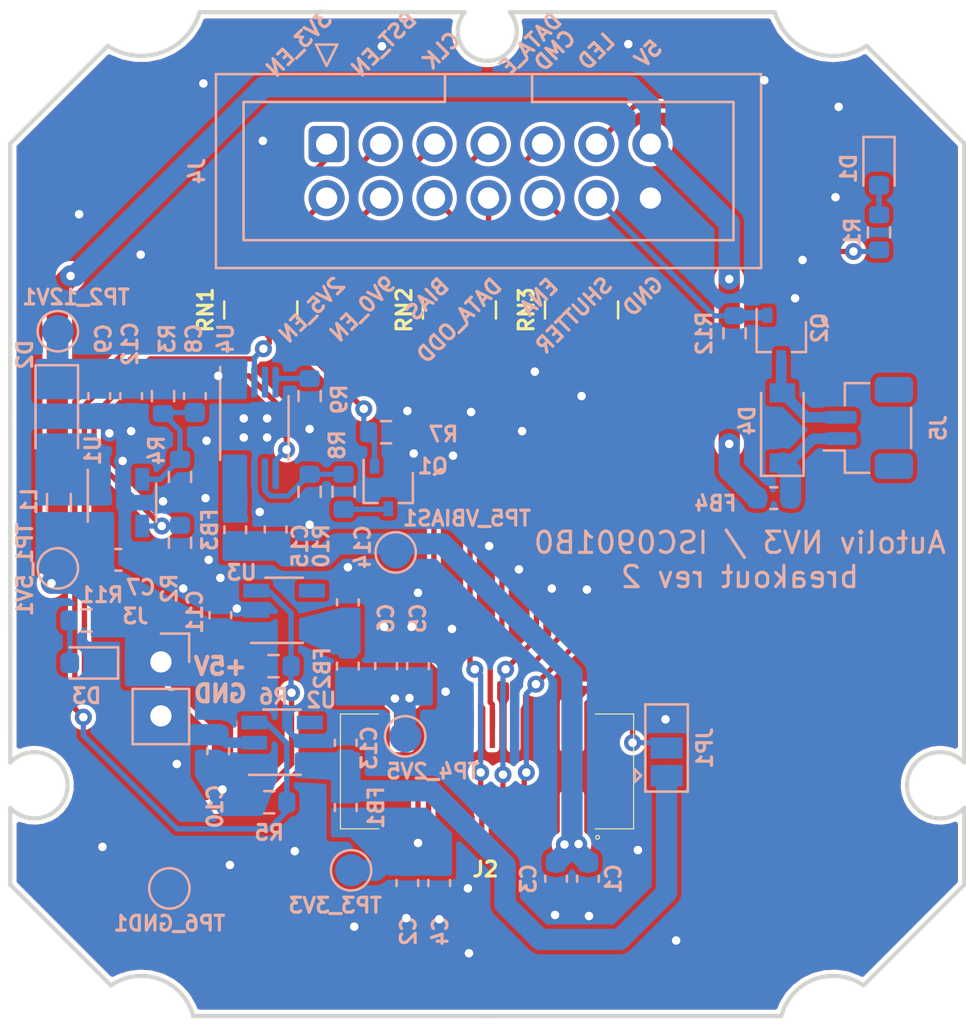
<source format=kicad_pcb>
(kicad_pcb (version 20171130) (host pcbnew 5.1.9-73d0e3b20d~88~ubuntu20.04.1)
  (title_block (title "ISC0901B0 breakout") (date 2021-04-19) (rev rev2) (company "R. Veips"))
  (layers (0 F.Cu signal) (31 B.Cu signal) (34 B.Paste user) (35 F.Paste user) (36 B.SilkS user) (37 F.SilkS user) (38 B.Mask user) (39 F.Mask user hide) (44 Edge.Cuts user))
  (net 0 "")
  (net 1 GND)
  (net 2 VAA)
  (net 3 VCC)
  (net 4 VCCQ)
  (net 5 +5V)
  (net 6 "Net-(C8-Pad2)")
  (net 7 "Net-(C12-Pad1)")
  (net 8 +3V3)
  (net 9 +2V5)
  (net 10 "Net-(D1-Pad2)")
  (net 11 "Net-(D2-Pad2)")
  (net 12 "Net-(FB3-Pad2)")
  (net 13 /VCC_SYS)
  (net 14 /CMD)
  (net 15 /DATA_EVEN)
  (net 16 /CLK)
  (net 17 /BIAS)
  (net 18 /DATA_ODD)
  (net 19 /ENA)
  (net 20 "Net-(Q1-Pad3)")
  (net 21 /BIAS_9V0)
  (net 22 /BOOST_EN)
  (net 23 /3V3_EN)
  (net 24 /2V5_EN)
  (net 25 "Net-(R10-Pad1)")
  (net 26 "Net-(R9-Pad1)")
  (net 27 "Net-(D3-Pad2)")
  (net 28 "Net-(D4-Pad2)")
  (net 29 "Net-(D4-Pad1)")
  (net 30 "Net-(J4-Pad10)")
  (net 31 "Net-(J4-Pad8)")
  (net 32 "Net-(J4-Pad6)")
  (net 33 "Net-(J4-Pad4)")
  (net 34 "Net-(J4-Pad2)")
  (net 35 "Net-(J4-Pad11)")
  (net 36 "Net-(J4-Pad9)")
  (net 37 "Net-(J4-Pad7)")
  (net 38 "Net-(J4-Pad5)")
  (net 39 "Net-(J4-Pad3)")
  (net 40 "Net-(J4-Pad1)")
  (net 41 /SHUTTER)
  (module TestPoint:TestPoint_Pad_D1.5mm (layer B.Cu) (at 51.6 133.6)
    (fp_text reference TP6_GND1 (at 0 1.648) (layer B.SilkS) (effects (font (size 0.7 0.7)) (justify mirror)))
    (fp_text value TestPoint)
    (pad 1 smd circle (at 0 0) (size 1.5 1.5) (layers B.Cu B.Mask) (net 1 GND))
  )
  (module TestPoint:TestPoint_Pad_D1.5mm (layer B.Cu) (at 62.25 117.8)
    (fp_text reference TP5_VBIAS1 (at 3.35 -1.6) (layer B.SilkS) (effects (font (size 0.7 0.7)) (justify mirror)))
    (fp_text value TestPoint)
    (pad 1 smd circle (at 0 0) (size 1.5 1.5) (layers B.Cu B.Mask) (net 2 VAA))
  )
  (module TestPoint:TestPoint_Pad_D1.5mm (layer B.Cu) (at 62.7 126.45)
    (fp_text reference TP4_2V5 (at 1.3 1.648) (layer B.SilkS) (effects (font (size 0.7 0.7)) (justify mirror)))
    (fp_text value TestPoint)
    (pad 1 smd circle (at 0 0) (size 1.5 1.5) (layers B.Cu B.Mask) (net 4 VCCQ))
  )
  (module TestPoint:TestPoint_Pad_D1.5mm (layer B.Cu) (at 60.15 132.75)
    (fp_text reference TP3_3V3 (at -0.75 1.65) (layer B.SilkS) (effects (font (size 0.7 0.7)) (justify mirror)))
    (fp_text value TestPoint)
    (pad 1 smd circle (at 0 0) (size 1.5 1.5) (layers B.Cu B.Mask) (net 3 VCC))
  )
  (module TestPoint:TestPoint_Pad_D1.5mm (layer B.Cu) (at 46.35 107.4)
    (fp_text reference TP2_12V1 (at 0.85 -1.6) (layer B.SilkS) (effects (font (size 0.7 0.7)) (justify mirror)))
    (fp_text value TestPoint)
    (pad 1 smd circle (at 0 0) (size 1.5 1.5) (layers B.Cu B.Mask) (net 7 "Net-(C12-Pad1)"))
  )
  (module TestPoint:TestPoint_Pad_D1.5mm (layer B.Cu) (at 46.35 118.55)
    (fp_text reference TP1_5V1 (at -1.55 0.05 90) (layer B.SilkS) (effects (font (size 0.7 0.7)) (justify mirror)))
    (fp_text value TestPoint)
    (pad 1 smd circle (at 0 0) (size 1.5 1.5) (layers B.Cu B.Mask) (net 5 +5V))
  )
  (module Connector_JST:JST_SH_BM02B-SRSS-TB_1x02-1MP_P1.00mm_Vertical (layer B.Cu) (at 84.5 111.95 90)
    (fp_text reference J5 (at 0 3.3 90) (layer B.SilkS) (effects (font (size 0.7 0.7)) (justify mirror)))
    (fp_text value Conn_01x02)
    (pad MP smd roundrect (at 1.8 1.2 90) (size 1.2 1.8) (layers B.Cu B.Paste B.Mask) (roundrect_rratio 0.208333))
    (pad MP smd roundrect (at -1.8 1.2 90) (size 1.2 1.8) (layers B.Cu B.Paste B.Mask) (roundrect_rratio 0.208333))
    (pad 2 smd roundrect (at 0.5 -1.325 90) (size 0.6 1.55) (layers B.Cu B.Paste B.Mask) (net 28 "Net-(D4-Pad2)"))
    (pad 1 smd roundrect (at -0.5 -1.325 90) (size 0.6 1.55) (layers B.Cu B.Paste B.Mask) (net 29 "Net-(D4-Pad1)"))
  )
  (module Resistor_SMD:R_0603_1608Metric (layer B.Cu) (at 78.2 107.5 270)
    (fp_text reference R12 (at 0 1.43 90) (layer B.SilkS) (effects (font (size 0.7 0.7)) (justify mirror)))
    (fp_text value 10K)
    (pad 2 smd roundrect (at 0.825 0 270) (size 0.8 0.95) (layers B.Cu B.Paste B.Mask) (net 1 GND))
    (pad 1 smd roundrect (at -0.825 0 270) (size 0.8 0.95) (layers B.Cu B.Paste B.Mask) (net 41 /SHUTTER))
  )
  (module Package_TO_SOT_SMD:SOT-323_SC-70 (layer B.Cu) (at 80.4 107.65 270)
    (fp_text reference Q2 (at -0.4 -1.8 90) (layer B.SilkS) (effects (font (size 0.7 0.7)) (justify mirror)))
    (fp_text value BSS138PW,115)
    (pad 3 smd rect (at 1 0) (size 0.45 0.7) (layers B.Cu B.Paste B.Mask) (net 28 "Net-(D4-Pad2)"))
    (pad 2 smd rect (at -1 -0.65) (size 0.45 0.7) (layers B.Cu B.Paste B.Mask) (net 1 GND))
    (pad 1 smd rect (at -1 0.65) (size 0.45 0.7) (layers B.Cu B.Paste B.Mask) (net 41 /SHUTTER))
  )
  (module Connector_IDC:IDC-Header_2x07_P2.54mm_Vertical (layer B.Cu) (at 59 98.6 270)
    (fp_text reference J4 (at 1.27 6.1 270) (layer B.SilkS) (effects (font (size 0.7 0.7)) (justify mirror)))
    (fp_text value IDC_02x07)
    (pad 14 thru_hole circle (at 2.54 -15.24 270) (size 1.7 1.7) (drill 1) (layers *.Cu *.Mask) (net 1 GND))
    (pad 12 thru_hole circle (at 2.54 -12.7 270) (size 1.7 1.7) (drill 1) (layers *.Cu *.Mask) (net 41 /SHUTTER))
    (pad 10 thru_hole circle (at 2.54 -10.16 270) (size 1.7 1.7) (drill 1) (layers *.Cu *.Mask) (net 30 "Net-(J4-Pad10)"))
    (pad 8 thru_hole circle (at 2.54 -7.62 270) (size 1.7 1.7) (drill 1) (layers *.Cu *.Mask) (net 31 "Net-(J4-Pad8)"))
    (pad 6 thru_hole circle (at 2.54 -5.08 270) (size 1.7 1.7) (drill 1) (layers *.Cu *.Mask) (net 32 "Net-(J4-Pad6)"))
    (pad 4 thru_hole circle (at 2.54 -2.54 270) (size 1.7 1.7) (drill 1) (layers *.Cu *.Mask) (net 33 "Net-(J4-Pad4)"))
    (pad 2 thru_hole circle (at 2.54 0 270) (size 1.7 1.7) (drill 1) (layers *.Cu *.Mask) (net 34 "Net-(J4-Pad2)"))
    (pad 13 thru_hole circle (at 0 -15.24 270) (size 1.7 1.7) (drill 1) (layers *.Cu *.Mask) (net 5 +5V))
    (pad 11 thru_hole circle (at 0 -12.7 270) (size 1.7 1.7) (drill 1) (layers *.Cu *.Mask) (net 35 "Net-(J4-Pad11)"))
    (pad 9 thru_hole circle (at 0 -10.16 270) (size 1.7 1.7) (drill 1) (layers *.Cu *.Mask) (net 36 "Net-(J4-Pad9)"))
    (pad 7 thru_hole circle (at 0 -7.62 270) (size 1.7 1.7) (drill 1) (layers *.Cu *.Mask) (net 37 "Net-(J4-Pad7)"))
    (pad 5 thru_hole circle (at 0 -5.08 270) (size 1.7 1.7) (drill 1) (layers *.Cu *.Mask) (net 38 "Net-(J4-Pad5)"))
    (pad 3 thru_hole circle (at 0 -2.54 270) (size 1.7 1.7) (drill 1) (layers *.Cu *.Mask) (net 39 "Net-(J4-Pad3)"))
    (pad 1 thru_hole roundrect (at 0 0 270) (size 1.7 1.7) (drill 1) (layers *.Cu *.Mask) (roundrect_rratio 0.147059) (net 40 "Net-(J4-Pad1)"))
  )
  (module Inductor_SMD:L_0603_1608Metric (layer B.Cu) (at 80.05 115.25 180)
    (fp_text reference FB4 (at 2.75 -0.25) (layer B.SilkS) (effects (font (size 0.7 0.7)) (justify mirror)))
    (fp_text value 200R)
    (pad 2 smd roundrect (at 0.7875 0 180) (size 0.875 0.95) (layers B.Cu B.Paste B.Mask) (net 5 +5V))
    (pad 1 smd roundrect (at -0.7875 0 180) (size 0.875 0.95) (layers B.Cu B.Paste B.Mask) (net 29 "Net-(D4-Pad1)"))
  )
  (module Diode_SMD:D_SOD-123 (layer B.Cu) (at 80.45 111.95 90)
    (fp_text reference D4 (at 0.35 -1.65 90) (layer B.SilkS) (effects (font (size 0.7 0.7)) (justify mirror)))
    (fp_text value MBR0520LT1)
    (pad 2 smd rect (at 1.65 0 90) (size 0.9 1.2) (layers B.Cu B.Paste B.Mask) (net 28 "Net-(D4-Pad2)"))
    (pad 1 smd rect (at -1.65 0 90) (size 0.9 1.2) (layers B.Cu B.Paste B.Mask) (net 29 "Net-(D4-Pad1)"))
  )
  (module Resistor_SMD:R_0603_1608Metric (layer B.Cu) (at 47.7 121 180)
    (fp_text reference R11 (at -0.7 1.2) (layer B.SilkS) (effects (font (size 0.7 0.7)) (justify mirror)))
    (fp_text value 1K)
    (pad 2 smd roundrect (at 0.825 0 180) (size 0.8 0.95) (layers B.Cu B.Paste B.Mask) (net 27 "Net-(D3-Pad2)"))
    (pad 1 smd roundrect (at -0.825 0 180) (size 0.8 0.95) (layers B.Cu B.Paste B.Mask) (net 5 +5V))
  )
  (module Diode_SMD:D_0603_1608Metric (layer B.Cu) (at 47.7 123 180)
    (fp_text reference D3 (at 0 -1.55) (layer B.SilkS) (effects (font (size 0.7 0.7)) (justify mirror)))
    (fp_text value LED_RED)
    (pad 2 smd roundrect (at 0.7875 0 180) (size 0.875 0.95) (layers B.Cu B.Paste B.Mask) (net 27 "Net-(D3-Pad2)"))
    (pad 1 smd roundrect (at -0.7875 0 180) (size 0.875 0.95) (layers B.Cu B.Paste B.Mask) (net 1 GND))
  )
  (module Package_SO:MSOP-10-1EP_3x3mm_P0.5mm_EP1.68x1.88mm (layer B.Cu) (at 55.6 111.95 270)
    (fp_text reference U4 (at -4.2 1.35 90) (layer B.SilkS) (effects (font (size 0.7 0.7)) (justify mirror)))
    (fp_text value LT3042xMSE)
    (pad 11 smd rect (at 0 0 270) (size 1.68 1.88) (layers B.Cu B.Mask) (net 1 GND))
    (pad 10 smd roundrect (at 2.15 1 270) (size 1.45 0.3) (layers B.Cu B.Paste B.Mask) (net 12 "Net-(FB3-Pad2)"))
    (pad 9 smd roundrect (at 2.15 0.5 270) (size 1.45 0.3) (layers B.Cu B.Paste B.Mask) (net 12 "Net-(FB3-Pad2)"))
    (pad 8 smd roundrect (at 2.15 0 270) (size 1.45 0.3) (layers B.Cu B.Paste B.Mask) (net 1 GND))
    (pad 7 smd roundrect (at 2.15 -0.5 270) (size 1.45 0.3) (layers B.Cu B.Paste B.Mask) (net 25 "Net-(R10-Pad1)"))
    (pad 6 smd roundrect (at 2.15 -1 270) (size 1.45 0.3) (layers B.Cu B.Paste B.Mask) (net 7 "Net-(C12-Pad1)"))
    (pad 5 smd roundrect (at -2.15 -1 270) (size 1.45 0.3) (layers B.Cu B.Paste B.Mask) (net 26 "Net-(R9-Pad1)"))
    (pad 4 smd roundrect (at -2.15 -0.5 270) (size 1.45 0.3) (layers B.Cu B.Paste B.Mask))
    (pad 3 smd roundrect (at -2.15 0 270) (size 1.45 0.3) (layers B.Cu B.Paste B.Mask) (net 22 /BOOST_EN))
    (pad 2 smd roundrect (at -2.15 0.5 270) (size 1.45 0.3) (layers B.Cu B.Paste B.Mask) (net 7 "Net-(C12-Pad1)"))
    (pad 1 smd roundrect (at -2.15 1 270) (size 1.45 0.3) (layers B.Cu B.Paste B.Mask) (net 7 "Net-(C12-Pad1)"))
  )
  (module Package_TO_SOT_SMD:TSOT-23-5 (layer B.Cu) (at 57 120.55)
    (fp_text reference U3 (at -2 -1.8 180) (layer B.SilkS) (effects (font (size 0.7 0.7)) (justify mirror)))
    (fp_text value ADP151AUJZ-2.5-R7)
    (pad 5 smd rect (at 1.31 0.95) (size 1.22 0.65) (layers B.Cu B.Paste B.Mask) (net 9 +2V5))
    (pad 4 smd rect (at 1.31 -0.95) (size 1.22 0.65) (layers B.Cu B.Paste B.Mask))
    (pad 3 smd rect (at -1.31 -0.95) (size 1.22 0.65) (layers B.Cu B.Paste B.Mask) (net 24 /2V5_EN))
    (pad 2 smd rect (at -1.31 0) (size 1.22 0.65) (layers B.Cu B.Paste B.Mask) (net 1 GND))
    (pad 1 smd rect (at -1.31 0.95) (size 1.22 0.65) (layers B.Cu B.Paste B.Mask) (net 5 +5V))
  )
  (module Package_TO_SOT_SMD:TSOT-23-5 (layer B.Cu) (at 56.9 126.75)
    (fp_text reference U2 (at 1.85 -2 180) (layer B.SilkS) (effects (font (size 0.7 0.7)) (justify mirror)))
    (fp_text value ADP151AUJZ-3.3-R7)
    (pad 5 smd rect (at 1.31 0.95) (size 1.22 0.65) (layers B.Cu B.Paste B.Mask) (net 8 +3V3))
    (pad 4 smd rect (at 1.31 -0.95) (size 1.22 0.65) (layers B.Cu B.Paste B.Mask))
    (pad 3 smd rect (at -1.31 -0.95) (size 1.22 0.65) (layers B.Cu B.Paste B.Mask) (net 23 /3V3_EN))
    (pad 2 smd rect (at -1.31 0) (size 1.22 0.65) (layers B.Cu B.Paste B.Mask) (net 1 GND))
    (pad 1 smd rect (at -1.31 0.95) (size 1.22 0.65) (layers B.Cu B.Paste B.Mask) (net 5 +5V))
  )
  (module Package_TO_SOT_SMD:SOT-23-5 (layer B.Cu) (at 49.37 115.46 270)
    (fp_text reference U1 (at -2.46 1.37 90) (layer B.SilkS) (effects (font (size 0.7 0.7)) (justify mirror)))
    (fp_text value TPS61041DBV)
    (pad 5 smd rect (at 1.1 0.95 270) (size 1.06 0.65) (layers B.Cu B.Paste B.Mask) (net 5 +5V))
    (pad 4 smd rect (at 1.1 -0.95 270) (size 1.06 0.65) (layers B.Cu B.Paste B.Mask) (net 22 /BOOST_EN))
    (pad 3 smd rect (at -1.1 -0.95 270) (size 1.06 0.65) (layers B.Cu B.Paste B.Mask) (net 6 "Net-(C8-Pad2)"))
    (pad 2 smd rect (at -1.1 0 270) (size 1.06 0.65) (layers B.Cu B.Paste B.Mask) (net 1 GND))
    (pad 1 smd rect (at -1.1 0.95 270) (size 1.06 0.65) (layers B.Cu B.Paste B.Mask) (net 11 "Net-(D2-Pad2)"))
  )
  (module Resistor_SMD:R_Array_Concave_4x0603 (layer F.Cu) (at 71 106.4 90)
    (fp_text reference RN3 (at 0 -2.6 90) (layer F.SilkS) (effects (font (size 0.7 0.7))))
    (fp_text value 22R)
    (pad 5 smd rect (at 0.85 1.2 90) (size 0.9 0.4) (layers F.Cu F.Paste F.Mask))
    (pad 6 smd rect (at 0.85 0.4 90) (size 0.9 0.4) (layers F.Cu F.Paste F.Mask))
    (pad 7 smd rect (at 0.85 -0.4 90) (size 0.9 0.4) (layers F.Cu F.Paste F.Mask) (net 30 "Net-(J4-Pad10)"))
    (pad 8 smd rect (at 0.85 -1.2 90) (size 0.9 0.4) (layers F.Cu F.Paste F.Mask) (net 36 "Net-(J4-Pad9)"))
    (pad 4 smd rect (at -0.85 1.2 90) (size 0.9 0.4) (layers F.Cu F.Paste F.Mask))
    (pad 1 smd rect (at -0.85 -1.2 90) (size 0.9 0.4) (layers F.Cu F.Paste F.Mask) (net 14 /CMD))
    (pad 3 smd rect (at -0.85 0.4 90) (size 0.9 0.4) (layers F.Cu F.Paste F.Mask))
    (pad 2 smd rect (at -0.85 -0.4 90) (size 0.9 0.4) (layers F.Cu F.Paste F.Mask) (net 19 /ENA))
  )
  (module Resistor_SMD:R_Array_Concave_4x0603 (layer F.Cu) (at 65.25 106.4 90)
    (fp_text reference RN2 (at 0 -2.6 90) (layer F.SilkS) (effects (font (size 0.7 0.7))))
    (fp_text value 22R)
    (pad 5 smd rect (at 0.85 1.2 90) (size 0.9 0.4) (layers F.Cu F.Paste F.Mask) (net 31 "Net-(J4-Pad8)"))
    (pad 6 smd rect (at 0.85 0.4 90) (size 0.9 0.4) (layers F.Cu F.Paste F.Mask) (net 37 "Net-(J4-Pad7)"))
    (pad 7 smd rect (at 0.85 -0.4 90) (size 0.9 0.4) (layers F.Cu F.Paste F.Mask) (net 32 "Net-(J4-Pad6)"))
    (pad 8 smd rect (at 0.85 -1.2 90) (size 0.9 0.4) (layers F.Cu F.Paste F.Mask) (net 38 "Net-(J4-Pad5)"))
    (pad 4 smd rect (at -0.85 1.2 90) (size 0.9 0.4) (layers F.Cu F.Paste F.Mask) (net 18 /DATA_ODD))
    (pad 1 smd rect (at -0.85 -1.2 90) (size 0.9 0.4) (layers F.Cu F.Paste F.Mask) (net 16 /CLK))
    (pad 3 smd rect (at -0.85 0.4 90) (size 0.9 0.4) (layers F.Cu F.Paste F.Mask) (net 15 /DATA_EVEN))
    (pad 2 smd rect (at -0.85 -0.4 90) (size 0.9 0.4) (layers F.Cu F.Paste F.Mask) (net 17 /BIAS))
  )
  (module Resistor_SMD:R_Array_Concave_4x0603 (layer F.Cu) (at 55.9 106.4 90)
    (fp_text reference RN1 (at 0 -2.6 90) (layer F.SilkS) (effects (font (size 0.7 0.7))))
    (fp_text value 22R)
    (pad 5 smd rect (at 0.85 1.2 90) (size 0.9 0.4) (layers F.Cu F.Paste F.Mask) (net 33 "Net-(J4-Pad4)"))
    (pad 6 smd rect (at 0.85 0.4 90) (size 0.9 0.4) (layers F.Cu F.Paste F.Mask) (net 39 "Net-(J4-Pad3)"))
    (pad 7 smd rect (at 0.85 -0.4 90) (size 0.9 0.4) (layers F.Cu F.Paste F.Mask) (net 34 "Net-(J4-Pad2)"))
    (pad 8 smd rect (at 0.85 -1.2 90) (size 0.9 0.4) (layers F.Cu F.Paste F.Mask) (net 40 "Net-(J4-Pad1)"))
    (pad 4 smd rect (at -0.85 1.2 90) (size 0.9 0.4) (layers F.Cu F.Paste F.Mask) (net 21 /BIAS_9V0))
    (pad 1 smd rect (at -0.85 -1.2 90) (size 0.9 0.4) (layers F.Cu F.Paste F.Mask) (net 23 /3V3_EN))
    (pad 3 smd rect (at -0.85 0.4 90) (size 0.9 0.4) (layers F.Cu F.Paste F.Mask) (net 22 /BOOST_EN))
    (pad 2 smd rect (at -0.85 -0.4 90) (size 0.9 0.4) (layers F.Cu F.Paste F.Mask) (net 24 /2V5_EN))
  )
  (module Resistor_SMD:R_0603_1608Metric (layer B.Cu) (at 58.2 114.95 270)
    (fp_text reference R10 (at 2.55 -0.55 90) (layer B.SilkS) (effects (font (size 0.7 0.7)) (justify mirror)))
    (fp_text value 110K)
    (pad 2 smd roundrect (at 0.825 0 270) (size 0.8 0.95) (layers B.Cu B.Paste B.Mask) (net 1 GND))
    (pad 1 smd roundrect (at -0.825 0 270) (size 0.8 0.95) (layers B.Cu B.Paste B.Mask) (net 25 "Net-(R10-Pad1)"))
  )
  (module Resistor_SMD:R_0603_1608Metric (layer B.Cu) (at 58.2 110.45 270)
    (fp_text reference R9 (at 0.15 -1.4 90) (layer B.SilkS) (effects (font (size 0.7 0.7)) (justify mirror)))
    (fp_text value 1K)
    (pad 2 smd roundrect (at 0.825 0 270) (size 0.8 0.95) (layers B.Cu B.Paste B.Mask) (net 1 GND))
    (pad 1 smd roundrect (at -0.825 0 270) (size 0.8 0.95) (layers B.Cu B.Paste B.Mask) (net 26 "Net-(R9-Pad1)"))
  )
  (module Resistor_SMD:R_0603_1608Metric (layer B.Cu) (at 59.8 114.95 270)
    (fp_text reference R8 (at -2.2 0.3 90) (layer B.SilkS) (effects (font (size 0.7 0.7)) (justify mirror)))
    (fp_text value 499K)
    (pad 2 smd roundrect (at 0.825 0 270) (size 0.8 0.95) (layers B.Cu B.Paste B.Mask) (net 20 "Net-(Q1-Pad3)"))
    (pad 1 smd roundrect (at -0.825 0 270) (size 0.8 0.95) (layers B.Cu B.Paste B.Mask) (net 25 "Net-(R10-Pad1)"))
  )
  (module Resistor_SMD:R_0603_1608Metric (layer B.Cu) (at 61.8 112.15)
    (fp_text reference R7 (at 2.7 0.1 180) (layer B.SilkS) (effects (font (size 0.7 0.7)) (justify mirror)))
    (fp_text value 10K)
    (pad 2 smd roundrect (at 0.825 0) (size 0.8 0.95) (layers B.Cu B.Paste B.Mask) (net 1 GND))
    (pad 1 smd roundrect (at -0.825 0) (size 0.8 0.95) (layers B.Cu B.Paste B.Mask) (net 21 /BIAS_9V0))
  )
  (module Resistor_SMD:R_0603_1608Metric (layer B.Cu) (at 56.5 123.15)
    (fp_text reference R6 (at 0 1.43 180) (layer B.SilkS) (effects (font (size 0.7 0.7)) (justify mirror)))
    (fp_text value 1K)
    (pad 2 smd roundrect (at 0.825 0) (size 0.8 0.95) (layers B.Cu B.Paste B.Mask) (net 24 /2V5_EN))
    (pad 1 smd roundrect (at -0.825 0) (size 0.8 0.95) (layers B.Cu B.Paste B.Mask) (net 5 +5V))
  )
  (module Resistor_SMD:R_0603_1608Metric (layer B.Cu) (at 56.3 129.55)
    (fp_text reference R5 (at 0 1.43 180) (layer B.SilkS) (effects (font (size 0.7 0.7)) (justify mirror)))
    (fp_text value 1K)
    (pad 2 smd roundrect (at 0.825 0) (size 0.8 0.95) (layers B.Cu B.Paste B.Mask) (net 23 /3V3_EN))
    (pad 1 smd roundrect (at -0.825 0) (size 0.8 0.95) (layers B.Cu B.Paste B.Mask) (net 5 +5V))
  )
  (module Resistor_SMD:R_0603_1608Metric (layer B.Cu) (at 52.1 114.25 270)
    (fp_text reference R4 (at -1.25 1.1 270) (layer B.SilkS) (effects (font (size 0.7 0.7)) (justify mirror)))
    (fp_text value 11.5K)
    (pad 2 smd roundrect (at 0.825 0 270) (size 0.8 0.95) (layers B.Cu B.Paste B.Mask) (net 1 GND))
    (pad 1 smd roundrect (at -0.825 0 270) (size 0.8 0.95) (layers B.Cu B.Paste B.Mask) (net 6 "Net-(C8-Pad2)"))
  )
  (module Resistor_SMD:R_0603_1608Metric (layer B.Cu) (at 51.3 110.45 270)
    (fp_text reference R3 (at -2.7 -0.2 90) (layer B.SilkS) (effects (font (size 0.7 0.7)) (justify mirror)))
    (fp_text value 100K)
    (pad 2 smd roundrect (at 0.825 0 270) (size 0.8 0.95) (layers B.Cu B.Paste B.Mask) (net 6 "Net-(C8-Pad2)"))
    (pad 1 smd roundrect (at -0.825 0 270) (size 0.8 0.95) (layers B.Cu B.Paste B.Mask) (net 7 "Net-(C12-Pad1)"))
  )
  (module Resistor_SMD:R_0603_1608Metric (layer B.Cu) (at 52.1 117.35 270)
    (fp_text reference R2 (at 2.15 0.5 90) (layer B.SilkS) (effects (font (size 0.7 0.7)) (justify mirror)))
    (fp_text value 10K)
    (pad 2 smd roundrect (at 0.825 0 270) (size 0.8 0.95) (layers B.Cu B.Paste B.Mask) (net 1 GND))
    (pad 1 smd roundrect (at -0.825 0 270) (size 0.8 0.95) (layers B.Cu B.Paste B.Mask) (net 22 /BOOST_EN))
  )
  (module Resistor_SMD:R_0603_1608Metric (layer B.Cu) (at 85 102.75 90)
    (fp_text reference R1 (at 0 -1.25 90) (layer B.SilkS) (effects (font (size 0.7 0.7)) (justify mirror)))
    (fp_text value 1K)
    (pad 2 smd roundrect (at 0.825 0 90) (size 0.8 0.95) (layers B.Cu B.Paste B.Mask) (net 10 "Net-(D1-Pad2)"))
    (pad 1 smd roundrect (at -0.825 0 90) (size 0.8 0.95) (layers B.Cu B.Paste B.Mask) (net 35 "Net-(J4-Pad11)"))
  )
  (module Package_TO_SOT_SMD:SOT-323_SC-70 (layer B.Cu) (at 61.9 114.75 270)
    (fp_text reference Q1 (at -1 -2.1) (layer B.SilkS) (effects (font (size 0.7 0.7)) (justify mirror)))
    (fp_text value BSS138PW,115)
    (pad 3 smd rect (at 1 0) (size 0.45 0.7) (layers B.Cu B.Paste B.Mask) (net 20 "Net-(Q1-Pad3)"))
    (pad 2 smd rect (at -1 -0.65) (size 0.45 0.7) (layers B.Cu B.Paste B.Mask) (net 1 GND))
    (pad 1 smd rect (at -1 0.65) (size 0.45 0.7) (layers B.Cu B.Paste B.Mask) (net 21 /BIAS_9V0))
  )
  (module Inductor_SMD:L_0805_2012Metric (layer B.Cu) (at 46.4 115.45 90)
    (fp_text reference L1 (at 0.05 -1.4 90) (layer B.SilkS) (effects (font (size 0.7 0.7)) (justify mirror)))
    (fp_text value 4.7uH)
    (pad 2 smd roundrect (at 1.0625 0 90) (size 0.875 1.2) (layers B.Cu B.Paste B.Mask) (net 11 "Net-(D2-Pad2)"))
    (pad 1 smd roundrect (at -1.0625 0 90) (size 0.875 1.2) (layers B.Cu B.Paste B.Mask) (net 5 +5V))
  )
  (module Jumper:SolderJumper-3_P1.3mm_Open_Pad1.0x1.5mm (layer B.Cu) (at 75 127 90)
    (fp_text reference JP1 (at 0 1.8 90) (layer B.SilkS) (effects (font (size 0.7 0.7)) (justify mirror)))
    (fp_text value SolderJumper_3_Open)
    (pad 1 smd rect (at -1.3 0 90) (size 1 1.5) (layers B.Cu B.Mask) (net 8 +3V3))
    (pad 2 smd rect (at 0 0 90) (size 1 1.5) (layers B.Cu B.Mask) (net 13 /VCC_SYS))
    (pad 3 smd rect (at 1.3 0 90) (size 1 1.5) (layers B.Cu B.Mask) (net 1 GND))
  )
  (module Connector_PinHeader_2.54mm:PinHeader_1x02_P2.54mm_Vertical (layer B.Cu) (at 51.2 122.95 180)
    (fp_text reference J3 (at 1.2 2.15) (layer B.SilkS) (effects (font (size 0.7 0.7)) (justify mirror)))
    (fp_text value Conn_01x02)
    (pad 2 thru_hole oval (at 0 -2.54 180) (size 1.7 1.7) (drill 1) (layers *.Cu *.Mask) (net 1 GND))
    (pad 1 thru_hole rect (at 0 0 180) (size 1.7 1.7) (drill 1) (layers *.Cu *.Mask) (net 5 +5V))
  )
  (module ics0901b0-breakout:52991-0408 (layer F.Cu) (at 66.55 128.1 270)
    (fp_text reference J2 (at 4.6 0.075) (layer F.SilkS) (effects (font (size 0.7 0.7))))
    (fp_text value 52991-0408)
    (pad 40 smd rect (at -2 -4.75 270) (size 1.8 0.25) (layers F.Cu F.Paste F.Mask) (net 1 GND))
    (pad 39 smd rect (at -2 -4.25 270) (size 1.8 0.25) (layers F.Cu F.Paste F.Mask) (net 13 /VCC_SYS))
    (pad 38 smd rect (at -2 -3.75 270) (size 1.8 0.25) (layers F.Cu F.Paste F.Mask) (net 13 /VCC_SYS))
    (pad 37 smd rect (at -2 -3.25 270) (size 1.8 0.25) (layers F.Cu F.Paste F.Mask) (net 1 GND))
    (pad 36 smd rect (at -2 -2.75 270) (size 1.8 0.25) (layers F.Cu F.Paste F.Mask) (net 1 GND))
    (pad 35 smd rect (at -2 -2.25 270) (size 1.8 0.25) (layers F.Cu F.Paste F.Mask) (net 1 GND))
    (pad 34 smd rect (at -2 -1.75 270) (size 1.8 0.25) (layers F.Cu F.Paste F.Mask) (net 1 GND))
    (pad 33 smd rect (at -2 -1.25 270) (size 1.8 0.25) (layers F.Cu F.Paste F.Mask) (net 14 /CMD))
    (pad 32 smd rect (at -2 -0.75 270) (size 1.8 0.25) (layers F.Cu F.Paste F.Mask) (net 1 GND))
    (pad 31 smd rect (at -2 -0.25 270) (size 1.8 0.25) (layers F.Cu F.Paste F.Mask) (net 15 /DATA_EVEN))
    (pad 30 smd rect (at -2 0.25 270) (size 1.8 0.25) (layers F.Cu F.Paste F.Mask) (net 1 GND))
    (pad 29 smd rect (at -2 0.75 270) (size 1.8 0.25) (layers F.Cu F.Paste F.Mask) (net 16 /CLK))
    (pad 28 smd rect (at -2 1.25 270) (size 1.8 0.25) (layers F.Cu F.Paste F.Mask) (net 1 GND))
    (pad 27 smd rect (at -2 1.75 270) (size 1.8 0.25) (layers F.Cu F.Paste F.Mask) (net 1 GND))
    (pad 26 smd rect (at -2 2.25 270) (size 1.8 0.25) (layers F.Cu F.Paste F.Mask) (net 1 GND))
    (pad 25 smd rect (at -2 2.75 270) (size 1.8 0.25) (layers F.Cu F.Paste F.Mask) (net 1 GND))
    (pad 24 smd rect (at -2 3.25 270) (size 1.8 0.25) (layers F.Cu F.Paste F.Mask) (net 1 GND))
    (pad 23 smd rect (at -2 3.75 270) (size 1.8 0.25) (layers F.Cu F.Paste F.Mask) (net 4 VCCQ))
    (pad 22 smd rect (at -2 4.25 270) (size 1.8 0.25) (layers F.Cu F.Paste F.Mask) (net 4 VCCQ))
    (pad 21 smd rect (at -2 4.75 270) (size 1.8 0.25) (layers F.Cu F.Paste F.Mask) (net 1 GND))
    (pad 20 smd rect (at 2 4.75 270) (size 1.8 0.25) (layers F.Cu F.Paste F.Mask) (net 1 GND))
    (pad 19 smd rect (at 2 4.25 270) (size 1.8 0.25) (layers F.Cu F.Paste F.Mask) (net 1 GND))
    (pad 18 smd rect (at 2 3.75 270) (size 1.8 0.25) (layers F.Cu F.Paste F.Mask) (net 1 GND))
    (pad 17 smd rect (at 2 3.25 270) (size 1.8 0.25) (layers F.Cu F.Paste F.Mask) (net 3 VCC))
    (pad 16 smd rect (at 2 2.75 270) (size 1.8 0.25) (layers F.Cu F.Paste F.Mask) (net 3 VCC))
    (pad 15 smd rect (at 2 2.25 270) (size 1.8 0.25) (layers F.Cu F.Paste F.Mask) (net 1 GND))
    (pad 14 smd rect (at 2 1.75 270) (size 1.8 0.25) (layers F.Cu F.Paste F.Mask) (net 1 GND))
    (pad 13 smd rect (at 2 1.25 270) (size 1.8 0.25) (layers F.Cu F.Paste F.Mask) (net 1 GND))
    (pad 12 smd rect (at 2 0.75 270) (size 1.8 0.25) (layers F.Cu F.Paste F.Mask) (net 1 GND))
    (pad 11 smd rect (at 2 0.25 270) (size 1.8 0.25) (layers F.Cu F.Paste F.Mask) (net 17 /BIAS))
    (pad 10 smd rect (at 2 -0.25 270) (size 1.8 0.25) (layers F.Cu F.Paste F.Mask) (net 1 GND))
    (pad 9 smd rect (at 2 -0.75 270) (size 1.8 0.25) (layers F.Cu F.Paste F.Mask) (net 18 /DATA_ODD))
    (pad 8 smd rect (at 2 -1.25 270) (size 1.8 0.25) (layers F.Cu F.Paste F.Mask) (net 1 GND))
    (pad 7 smd rect (at 2 -1.75 270) (size 1.8 0.25) (layers F.Cu F.Paste F.Mask) (net 19 /ENA))
    (pad 6 smd rect (at 2 -2.25 270) (size 1.8 0.25) (layers F.Cu F.Paste F.Mask) (net 1 GND))
    (pad 5 smd rect (at 2 -2.75 270) (size 1.8 0.25) (layers F.Cu F.Paste F.Mask) (net 1 GND))
    (pad 4 smd rect (at 2 -3.25 270) (size 1.8 0.25) (layers F.Cu F.Paste F.Mask) (net 1 GND))
    (pad 3 smd rect (at 2 -3.75 270) (size 1.8 0.25) (layers F.Cu F.Paste F.Mask) (net 2 VAA))
    (pad 2 smd rect (at 2 -4.25 270) (size 1.8 0.25) (layers F.Cu F.Paste F.Mask) (net 2 VAA))
    (pad 1 smd rect (at 2 -4.75 270) (size 1.8 0.25) (layers F.Cu F.Paste F.Mask) (net 1 GND))
  )
  (module Inductor_SMD:L_0603_1608Metric (layer B.Cu) (at 54.7 116.7375 90)
    (fp_text reference FB3 (at 0 -1.2 90) (layer B.SilkS) (effects (font (size 0.7 0.7)) (justify mirror)))
    (fp_text value 200R)
    (pad 2 smd roundrect (at 0.7875 0 90) (size 0.875 0.95) (layers B.Cu B.Paste B.Mask) (net 12 "Net-(FB3-Pad2)"))
    (pad 1 smd roundrect (at -0.7875 0 90) (size 0.875 0.95) (layers B.Cu B.Paste B.Mask) (net 2 VAA))
  )
  (module Inductor_SMD:L_0603_1608Metric (layer B.Cu) (at 60 123.15 90)
    (fp_text reference FB2 (at -0.1 -1.2 90) (layer B.SilkS) (effects (font (size 0.7 0.7)) (justify mirror)))
    (fp_text value 200R)
    (pad 2 smd roundrect (at 0.7875 0 90) (size 0.875 0.95) (layers B.Cu B.Paste B.Mask) (net 9 +2V5))
    (pad 1 smd roundrect (at -0.7875 0 90) (size 0.875 0.95) (layers B.Cu B.Paste B.Mask) (net 4 VCCQ))
  )
  (module Inductor_SMD:L_0603_1608Metric (layer B.Cu) (at 59.9 129.8 90)
    (fp_text reference FB1 (at 0 1.43 90) (layer B.SilkS) (effects (font (size 0.7 0.7)) (justify mirror)))
    (fp_text value 200R)
    (pad 2 smd roundrect (at 0.7875 0 90) (size 0.875 0.95) (layers B.Cu B.Paste B.Mask) (net 8 +3V3))
    (pad 1 smd roundrect (at -0.7875 0 90) (size 0.875 0.95) (layers B.Cu B.Paste B.Mask) (net 3 VCC))
  )
  (module Diode_SMD:D_SOD-123 (layer B.Cu) (at 46.3 111.25 270)
    (fp_text reference D2 (at -2.75 1.5 90) (layer B.SilkS) (effects (font (size 0.7 0.7)) (justify mirror)))
    (fp_text value MBR0520LT1)
    (pad 2 smd rect (at 1.65 0 270) (size 0.9 1.2) (layers B.Cu B.Paste B.Mask) (net 11 "Net-(D2-Pad2)"))
    (pad 1 smd rect (at -1.65 0 270) (size 0.9 1.2) (layers B.Cu B.Paste B.Mask) (net 7 "Net-(C12-Pad1)"))
  )
  (module Diode_SMD:D_0603_1608Metric (layer B.Cu) (at 85 99.75 270)
    (fp_text reference D1 (at 0 1.43 90) (layer B.SilkS) (effects (font (size 0.7 0.7)) (justify mirror)))
    (fp_text value LED_RED)
    (pad 2 smd roundrect (at 0.7875 0 270) (size 0.875 0.95) (layers B.Cu B.Paste B.Mask) (net 10 "Net-(D1-Pad2)"))
    (pad 1 smd roundrect (at -0.7875 0 270) (size 0.875 0.95) (layers B.Cu B.Paste B.Mask) (net 1 GND))
  )
  (module Capacitor_SMD:C_0603_1608Metric (layer B.Cu) (at 56.6 116.725 90)
    (fp_text reference C15 (at -0.775 1.15 90) (layer B.SilkS) (effects (font (size 0.7 0.7)) (justify mirror)))
    (fp_text value "10uF x 25V")
    (pad 2 smd roundrect (at 0.775 0 90) (size 0.9 0.95) (layers B.Cu B.Paste B.Mask) (net 1 GND))
    (pad 1 smd roundrect (at -0.775 0 90) (size 0.9 0.95) (layers B.Cu B.Paste B.Mask) (net 2 VAA))
  )
  (module Capacitor_SMD:C_0603_1608Metric (layer B.Cu) (at 60 120.15 90)
    (fp_text reference C14 (at 2.6 0.7 90) (layer B.SilkS) (effects (font (size 0.7 0.7)) (justify mirror)))
    (fp_text value 1uF)
    (pad 2 smd roundrect (at 0.775 0 90) (size 0.9 0.95) (layers B.Cu B.Paste B.Mask) (net 1 GND))
    (pad 1 smd roundrect (at -0.775 0 90) (size 0.9 0.95) (layers B.Cu B.Paste B.Mask) (net 9 +2V5))
  )
  (module Capacitor_SMD:C_0603_1608Metric (layer B.Cu) (at 59.9 126.75 90)
    (fp_text reference C13 (at -0.25 1.1 90) (layer B.SilkS) (effects (font (size 0.7 0.7)) (justify mirror)))
    (fp_text value 1uF)
    (pad 2 smd roundrect (at 0.775 0 90) (size 0.9 0.95) (layers B.Cu B.Paste B.Mask) (net 1 GND))
    (pad 1 smd roundrect (at -0.775 0 90) (size 0.9 0.95) (layers B.Cu B.Paste B.Mask) (net 8 +3V3))
  )
  (module Capacitor_SMD:C_0603_1608Metric (layer B.Cu) (at 49.8 110.45 270)
    (fp_text reference C12 (at -2.45 0.05 90) (layer B.SilkS) (effects (font (size 0.7 0.7)) (justify mirror)))
    (fp_text value "10uF x 25V")
    (pad 2 smd roundrect (at 0.775 0 270) (size 0.9 0.95) (layers B.Cu B.Paste B.Mask) (net 1 GND))
    (pad 1 smd roundrect (at -0.775 0 270) (size 0.9 0.95) (layers B.Cu B.Paste B.Mask) (net 7 "Net-(C12-Pad1)"))
  )
  (module Capacitor_SMD:C_0603_1608Metric (layer B.Cu) (at 54 120.75 90)
    (fp_text reference C11 (at 0.15 -1.2 90) (layer B.SilkS) (effects (font (size 0.7 0.7)) (justify mirror)))
    (fp_text value 1uF)
    (pad 2 smd roundrect (at 0.775 0 90) (size 0.9 0.95) (layers B.Cu B.Paste B.Mask) (net 1 GND))
    (pad 1 smd roundrect (at -0.775 0 90) (size 0.9 0.95) (layers B.Cu B.Paste B.Mask) (net 5 +5V))
  )
  (module Capacitor_SMD:C_0603_1608Metric (layer B.Cu) (at 53.9 127.15 90)
    (fp_text reference C10 (at -2.6 -0.15 90) (layer B.SilkS) (effects (font (size 0.7 0.7)) (justify mirror)))
    (fp_text value 1uF)
    (pad 2 smd roundrect (at 0.775 0 90) (size 0.9 0.95) (layers B.Cu B.Paste B.Mask) (net 1 GND))
    (pad 1 smd roundrect (at -0.775 0 90) (size 0.9 0.95) (layers B.Cu B.Paste B.Mask) (net 5 +5V))
  )
  (module Capacitor_SMD:C_0603_1608Metric (layer B.Cu) (at 48.3 110.45 270)
    (fp_text reference C9 (at -2.7 -0.2 90) (layer B.SilkS) (effects (font (size 0.7 0.7)) (justify mirror)))
    (fp_text value "10uF x 25V")
    (pad 2 smd roundrect (at 0.775 0 270) (size 0.9 0.95) (layers B.Cu B.Paste B.Mask) (net 1 GND))
    (pad 1 smd roundrect (at -0.775 0 270) (size 0.9 0.95) (layers B.Cu B.Paste B.Mask) (net 7 "Net-(C12-Pad1)"))
  )
  (module Capacitor_SMD:C_0603_1608Metric (layer B.Cu) (at 52.8 110.45 270)
    (fp_text reference C8 (at -2.7 0.05 90) (layer B.SilkS) (effects (font (size 0.7 0.7)) (justify mirror)))
    (fp_text value 10pF)
    (pad 2 smd roundrect (at 0.775 0 270) (size 0.9 0.95) (layers B.Cu B.Paste B.Mask) (net 6 "Net-(C8-Pad2)"))
    (pad 1 smd roundrect (at -0.775 0 270) (size 0.9 0.95) (layers B.Cu B.Paste B.Mask) (net 7 "Net-(C12-Pad1)"))
  )
  (module Capacitor_SMD:C_0603_1608Metric (layer B.Cu) (at 49.2 118.15)
    (fp_text reference C7 (at 1.05 1.3 180) (layer B.SilkS) (effects (font (size 0.7 0.7)) (justify mirror)))
    (fp_text value "10uF x 25V")
    (pad 2 smd roundrect (at 0.775 0) (size 0.9 0.95) (layers B.Cu B.Paste B.Mask) (net 1 GND))
    (pad 1 smd roundrect (at -0.775 0) (size 0.9 0.95) (layers B.Cu B.Paste B.Mask) (net 5 +5V))
  )
  (module Capacitor_SMD:C_0603_1608Metric (layer B.Cu) (at 61.8 123.15 90)
    (fp_text reference C6 (at 2.25 0 270) (layer B.SilkS) (effects (font (size 0.7 0.7)) (justify mirror)))
    (fp_text value "0.1uF x 50V")
    (pad 2 smd roundrect (at 0.775 0 90) (size 0.9 0.95) (layers B.Cu B.Paste B.Mask) (net 1 GND))
    (pad 1 smd roundrect (at -0.775 0 90) (size 0.9 0.95) (layers B.Cu B.Paste B.Mask) (net 4 VCCQ))
  )
  (module Capacitor_SMD:C_0603_1608Metric (layer B.Cu) (at 63.3 123.15 90)
    (fp_text reference C5 (at 2.25 0 270) (layer B.SilkS) (effects (font (size 0.7 0.7)) (justify mirror)))
    (fp_text value "10uF x 25V")
    (pad 2 smd roundrect (at 0.775 0 90) (size 0.9 0.95) (layers B.Cu B.Paste B.Mask) (net 1 GND))
    (pad 1 smd roundrect (at -0.775 0 90) (size 0.9 0.95) (layers B.Cu B.Paste B.Mask) (net 4 VCCQ))
  )
  (module Capacitor_SMD:C_0603_1608Metric (layer B.Cu) (at 64.3 133.35 270)
    (fp_text reference C4 (at 2.25 -0.05 270) (layer B.SilkS) (effects (font (size 0.7 0.7)) (justify mirror)))
    (fp_text value "0.1uF x 50V")
    (pad 2 smd roundrect (at 0.775 0 270) (size 0.9 0.95) (layers B.Cu B.Paste B.Mask) (net 1 GND))
    (pad 1 smd roundrect (at -0.775 0 270) (size 0.9 0.95) (layers B.Cu B.Paste B.Mask) (net 3 VCC))
  )
  (module Capacitor_SMD:C_0603_1608Metric (layer B.Cu) (at 69.8 133.15 270)
    (fp_text reference C3 (at 0 1.3 270) (layer B.SilkS) (effects (font (size 0.7 0.7)) (justify mirror)))
    (fp_text value "0.1uF x 50V")
    (pad 2 smd roundrect (at 0.775 0 270) (size 0.9 0.95) (layers B.Cu B.Paste B.Mask) (net 1 GND))
    (pad 1 smd roundrect (at -0.775 0 270) (size 0.9 0.95) (layers B.Cu B.Paste B.Mask) (net 2 VAA))
  )
  (module Capacitor_SMD:C_0603_1608Metric (layer B.Cu) (at 62.8 133.35 270)
    (fp_text reference C2 (at 2.25 -0.05 270) (layer B.SilkS) (effects (font (size 0.7 0.7)) (justify mirror)))
    (fp_text value "10uF x 25V")
    (pad 2 smd roundrect (at 0.775 0 270) (size 0.9 0.95) (layers B.Cu B.Paste B.Mask) (net 1 GND))
    (pad 1 smd roundrect (at -0.775 0 270) (size 0.9 0.95) (layers B.Cu B.Paste B.Mask) (net 3 VCC))
  )
  (module Capacitor_SMD:C_0603_1608Metric (layer B.Cu) (at 71.3 133.15 270)
    (fp_text reference C1 (at 0 -1.2 270) (layer B.SilkS) (effects (font (size 0.7 0.7)) (justify mirror)))
    (fp_text value "10uF x 25V")
    (pad 2 smd roundrect (at 0.775 0 270) (size 0.9 0.95) (layers B.Cu B.Paste B.Mask) (net 1 GND))
    (pad 1 smd roundrect (at -0.775 0 270) (size 0.9 0.95) (layers B.Cu B.Paste B.Mask) (net 2 VAA))
  )
  (gr_text "+5V\nGND" (at 54 123.8) (layer B.SilkS) (effects (font (size 0.8 0.8) (thickness 0.2)) (justify mirror)))
  (gr_text LED (at 71.7 94.25 45) (layer B.SilkS) (effects (font (size 0.7 0.7)) (justify mirror)))
  (gr_text 5V (at 74.15 94.35 45) (layer B.SilkS) (effects (font (size 0.7 0.7)) (justify mirror)))
  (gr_text GND (at 73.9 105.75 45) (layer B.SilkS) (effects (font (size 0.7 0.7)) (justify mirror)))
  (gr_text SHUTTER (at 70.65 106.65 45) (layer B.SilkS) (effects (font (size 0.7 0.7)) (justify mirror)))
  (gr_text ENA (at 69 105.8 45) (layer B.SilkS) (effects (font (size 0.7 0.7)) (justify mirror)))
  (gr_text CMD (at 69.75 94.2 45) (layer B.SilkS) (effects (font (size 0.7 0.7)) (justify mirror)))
  (gr_text DATA_ODD (at 65.25 106.9 45) (layer B.SilkS) (effects (font (size 0.7 0.7)) (justify mirror)))
  (gr_text DATA_E (at 68.6 93.9 45) (layer B.SilkS) (effects (font (size 0.7 0.7)) (justify mirror)))
  (gr_text BIAS (at 63.75 105.9 45) (layer B.SilkS) (effects (font (size 0.7 0.7)) (justify mirror)))
  (gr_text CLK (at 64.4 94.2 45) (layer B.SilkS) (effects (font (size 0.7 0.7)) (justify mirror)))
  (gr_text 9V0_EN (at 60.7 106.35 45) (layer B.SilkS) (effects (font (size 0.7 0.7)) (justify mirror)))
  (gr_text BST_EN (at 61.7 93.9 45) (layer B.SilkS) (effects (font (size 0.7 0.7)) (justify mirror)))
  (gr_text 2V5_EN (at 58.3 106.4 45) (layer B.SilkS) (effects (font (size 0.7 0.7)) (justify mirror)))
  (gr_text 3V3_EN (at 57.7 93.9 45) (layer B.SilkS) (effects (font (size 0.7 0.7)) (justify mirror)))
  (gr_text "Autoliv NV3 / ISC0901B0\nbreakout rev 2" (at 78.45 118.15) (layer B.SilkS) (effects (font (size 1 1)) (justify mirror)))
  (gr_line (start 66.560999 139.6) (end 52.7175 139.6) (layer Edge.Cuts) (width 0.2))
  (gr_line (start 84.27448 138.165185) (end 89.010999 133.428666) (layer Edge.Cuts) (width 0.2))
  (gr_arc (start 82.839666 91.591125) (end 80.096218 92.4) (angle -107.037123) (layer Edge.Cuts) (width 0.2))
  (gr_line (start 44.106904 98.571333) (end 48.701052 93.977184) (layer Edge.Cuts) (width 0.2))
  (gr_line (start 53.021684 92.4) (end 65.5 92.4) (layer Edge.Cuts) (width 0.2))
  (gr_line (start 89.010999 98.571333) (end 84.41685 93.977184) (layer Edge.Cuts) (width 0.2))
  (gr_line (start 44.110998 133.428667) (end 44.110999 129.812083) (layer Edge.Cuts) (width 0.2))
  (gr_line (start 80.096218 92.4) (end 67.617903 92.399256) (layer Edge.Cuts) (width 0.2))
  (gr_arc (start 50.282331 140.231672) (end 52.7175 139.6) (angle -110.2314881) (layer Edge.Cuts) (width 0.2))
  (gr_arc (start 66.560999 93.3) (end 65.504095 92.399256) (angle -260.8784384) (layer Edge.Cuts) (width 0.2))
  (gr_line (start 44.110999 127.687917) (end 44.106904 98.571333) (layer Edge.Cuts) (width 0.2))
  (gr_arc (start 82.839666 140.231671) (end 84.27448 138.165185) (angle -110.2314881) (layer Edge.Cuts) (width 0.2))
  (gr_arc (start 50.278236 91.591125) (end 48.701052 93.977184) (angle -107.0371286) (layer Edge.Cuts) (width 0.2))
  (gr_line (start 66.560999 139.6) (end 80.404497 139.6) (layer Edge.Cuts) (width 0.2))
  (gr_line (start 89.010999 133.428666) (end 89.010999 129.812083) (layer Edge.Cuts) (width 0.2))
  (gr_line (start 89.010999 127.687917) (end 89.010999 98.571333) (layer Edge.Cuts) (width 0.2))
  (gr_line (start 48.847516 138.165186) (end 44.110998 133.428667) (layer Edge.Cuts) (width 0.2))
  (gr_arc (start 87.871997 128.75) (end 89.010999 127.687917) (angle -274.0028704) (layer Edge.Cuts) (width 0.2))
  (gr_arc (start 45.25 128.75) (end 44.110999 129.812083) (angle -274.0028704) (layer Edge.Cuts) (width 0.2))
  (via (at 56.2 112.4) (size 0.8) (drill 0.4) (layers F.Cu B.Cu) (net 1))
  (via (at 55.1 112.4) (size 0.8) (drill 0.4) (layers F.Cu B.Cu) (net 1))
  (via (at 55.1 111.5) (size 0.8) (drill 0.4) (layers F.Cu B.Cu) (net 1))
  (segment (start 48.4875 123) (end 48.4875 124.1875) (width 0.25) (layer B.Cu) (net 1))
  (segment (start 48.4875 124.1875) (end 49.6 125.3) (width 0.25) (layer B.Cu) (net 1))
  (segment (start 51.01 125.3) (end 51.2 125.49) (width 0.25) (layer B.Cu) (net 1))
  (segment (start 49.6 125.3) (end 51.01 125.3) (width 0.25) (layer B.Cu) (net 1))
  (via (at 51.2 125.49) (size 0.8) (drill 0.4) (layers F.Cu B.Cu) (net 1))
  (segment (start 52.085 126.375) (end 51.2 125.49) (width 1) (layer B.Cu) (net 1))
  (segment (start 53.9 126.375) (end 52.085 126.375) (width 1) (layer B.Cu) (net 1))
  (segment (start 54.275 126.75) (end 53.9 126.375) (width 0.5) (layer B.Cu) (net 1))
  (segment (start 55.59 126.75) (end 54.275 126.75) (width 0.5) (layer B.Cu) (net 1))
  (via (at 49.8 112.1) (size 0.8) (drill 0.4) (layers F.Cu B.Cu) (net 1))
  (segment (start 49.8 111.225) (end 49.8 112.1) (width 0.25) (layer B.Cu) (net 1))
  (via (at 49.4 113.5) (size 0.8) (drill 0.4) (layers F.Cu B.Cu) (net 1))
  (segment (start 49.37 113.53) (end 49.4 113.5) (width 0.5) (layer B.Cu) (net 1))
  (segment (start 49.37 114.36) (end 49.37 113.53) (width 0.5) (layer B.Cu) (net 1))
  (via (at 51.3 115.4) (size 0.8) (drill 0.4) (layers F.Cu B.Cu) (net 1))
  (segment (start 51.625 115.075) (end 51.3 115.4) (width 0.5) (layer B.Cu) (net 1))
  (segment (start 52.1 115.075) (end 51.625 115.075) (width 0.5) (layer B.Cu) (net 1))
  (via (at 56.2 111.5) (size 0.8) (drill 0.4) (layers F.Cu B.Cu) (net 1))
  (segment (start 55.75 111.95) (end 56.2 111.5) (width 0.5) (layer B.Cu) (net 1))
  (segment (start 55.6 111.95) (end 55.75 111.95) (width 0.5) (layer B.Cu) (net 1))
  (via (at 58.2 112) (size 0.8) (drill 0.4) (layers F.Cu B.Cu) (net 1))
  (segment (start 58.2 111.275) (end 58.2 112) (width 0.5) (layer B.Cu) (net 1))
  (via (at 55.85 115.9) (size 0.8) (drill 0.4) (layers F.Cu B.Cu) (net 1))
  (segment (start 56.6 115.95) (end 56.45 115.95) (width 0.5) (layer B.Cu) (net 1))
  (via (at 58.2 116.5) (size 0.8) (drill 0.4) (layers F.Cu B.Cu) (net 1))
  (segment (start 58.2 115.775) (end 58.2 116.5) (width 0.5) (layer B.Cu) (net 1))
  (via (at 60 118.5) (size 0.8) (drill 0.4) (layers F.Cu B.Cu) (net 1))
  (segment (start 60 119.375) (end 60 118.5) (width 0.5) (layer B.Cu) (net 1))
  (via (at 54 119) (size 0.8) (drill 0.4) (layers F.Cu B.Cu) (net 1))
  (segment (start 54 119.975) (end 54 119) (width 0.5) (layer B.Cu) (net 1))
  (via (at 54.775312 120.441882) (size 0.8) (drill 0.4) (layers F.Cu B.Cu) (net 1))
  (segment (start 54.88343 120.55) (end 54.775312 120.441882) (width 0.5) (layer B.Cu) (net 1))
  (segment (start 55.69 120.55) (end 54.88343 120.55) (width 0.5) (layer B.Cu) (net 1))
  (segment (start 48.3 111.225) (end 49.8 111.225) (width 0.25) (layer B.Cu) (net 1))
  (segment (start 55.6 115.65) (end 55.85 115.9) (width 0.25) (layer B.Cu) (net 1))
  (segment (start 55.6 114.1) (end 55.6 115.65) (width 0.25) (layer B.Cu) (net 1))
  (segment (start 55.6 114.1) (end 55.6 111.95) (width 0.25) (layer B.Cu) (net 1))
  (via (at 74.95 125.65) (size 0.8) (drill 0.4) (layers F.Cu B.Cu) (net 1))
  (segment (start 75 125.7) (end 74.95 125.65) (width 0.25) (layer B.Cu) (net 1))
  (via (at 69.75 134.85) (size 0.8) (drill 0.4) (layers F.Cu B.Cu) (net 1))
  (segment (start 69.8 134.8) (end 69.75 134.85) (width 0.25) (layer B.Cu) (net 1))
  (segment (start 69.8 133.925) (end 69.8 134.8) (width 0.25) (layer B.Cu) (net 1))
  (via (at 71.35 134.9) (size 0.8) (drill 0.4) (layers F.Cu B.Cu) (net 1))
  (segment (start 71.3 134.85) (end 71.35 134.9) (width 0.25) (layer B.Cu) (net 1))
  (segment (start 71.3 133.925) (end 71.3 134.85) (width 0.25) (layer B.Cu) (net 1))
  (via (at 64.3 135.05) (size 0.8) (drill 0.4) (layers F.Cu B.Cu) (net 1))
  (segment (start 64.3 134.125) (end 64.3 135.05) (width 0.25) (layer B.Cu) (net 1))
  (via (at 62.75 135) (size 0.8) (drill 0.4) (layers F.Cu B.Cu) (net 1))
  (segment (start 62.8 134.95) (end 62.75 135) (width 0.25) (layer B.Cu) (net 1))
  (segment (start 62.8 134.125) (end 62.8 134.95) (width 0.25) (layer B.Cu) (net 1))
  (via (at 71.25 119.55) (size 0.8) (drill 0.4) (layers F.Cu B.Cu) (net 1))
  (via (at 69.6 119.5) (size 0.8) (drill 0.4) (layers F.Cu B.Cu) (net 1))
  (via (at 63.3 119.7) (size 0.8) (drill 0.4) (layers F.Cu B.Cu) (net 1))
  (via (at 64.9 121.4) (size 0.8) (drill 0.4) (layers F.Cu B.Cu) (net 1))
  (via (at 64.6 124.35) (size 0.8) (drill 0.4) (layers F.Cu B.Cu) (net 1))
  (via (at 68.05 118.6) (size 0.8) (drill 0.4) (layers F.Cu B.Cu) (net 1))
  (via (at 66.65 117.5) (size 0.8) (drill 0.4) (layers F.Cu B.Cu) (net 1))
  (via (at 64.95 113.25) (size 0.8) (drill 0.4) (layers F.Cu B.Cu) (net 1))
  (via (at 48.775032 112.2) (size 0.8) (drill 0.4) (layers F.Cu B.Cu) (net 1))
  (segment (start 48.3 111.724968) (end 48.775032 112.2) (width 0.25) (layer B.Cu) (net 1))
  (segment (start 48.3 111.225) (end 48.3 111.724968) (width 0.25) (layer B.Cu) (net 1))
  (via (at 81.05 105.85) (size 0.8) (drill 0.4) (layers F.Cu B.Cu) (net 1))
  (segment (start 81.05 106.65) (end 81.05 105.85) (width 0.25) (layer B.Cu) (net 1))
  (via (at 71 110.45) (size 0.8) (drill 0.4) (layers F.Cu B.Cu) (net 1))
  (via (at 68.8 109.3) (size 0.8) (drill 0.4) (layers F.Cu B.Cu) (net 1))
  (via (at 68.2 112.1) (size 0.8) (drill 0.4) (layers F.Cu B.Cu) (net 1))
  (via (at 65.8 111.2) (size 0.8) (drill 0.4) (layers F.Cu B.Cu) (net 1))
  (via (at 62.8 111.15) (size 0.8) (drill 0.4) (layers F.Cu B.Cu) (net 1))
  (segment (start 62.625 111.325) (end 62.8 111.15) (width 0.25) (layer B.Cu) (net 1))
  (segment (start 62.625 112.15) (end 62.625 111.325) (width 0.25) (layer B.Cu) (net 1))
  (via (at 61.7 121.3) (size 0.8) (drill 0.4) (layers F.Cu B.Cu) (net 1))
  (segment (start 61.8 121.4) (end 61.7 121.3) (width 0.25) (layer B.Cu) (net 1))
  (segment (start 61.8 122.375) (end 61.8 121.4) (width 0.25) (layer B.Cu) (net 1))
  (via (at 63.1 113.15) (size 0.8) (drill 0.4) (layers F.Cu B.Cu) (net 1))
  (segment (start 62.55 113.75) (end 62.55 113.7) (width 0.25) (layer B.Cu) (net 1))
  (segment (start 63.3 121.6) (end 63 121.3) (width 0.25) (layer B.Cu) (net 1))
  (segment (start 62.55 113.7) (end 63.1 113.15) (width 0.25) (layer B.Cu) (net 1))
  (via (at 63 121.3) (size 0.8) (drill 0.4) (layers F.Cu B.Cu) (net 1))
  (segment (start 63.3 122.375) (end 63.3 121.6) (width 0.25) (layer B.Cu) (net 1))
  (via (at 50.25 103.8) (size 0.8) (drill 0.4) (layers F.Cu B.Cu) (net 1))
  (via (at 56 98.45) (size 0.8) (drill 0.4) (layers F.Cu B.Cu) (net 1))
  (via (at 47.35 101.9) (size 0.8) (drill 0.4) (layers F.Cu B.Cu) (net 1))
  (via (at 53.2 95.75) (size 0.8) (drill 0.4) (layers F.Cu B.Cu) (net 1))
  (via (at 61.6 94) (size 0.8) (drill 0.4) (layers F.Cu B.Cu) (net 1))
  (via (at 73.2 93.9) (size 0.8) (drill 0.4) (layers F.Cu B.Cu) (net 1))
  (via (at 79.6 95.6) (size 0.8) (drill 0.4) (layers F.Cu B.Cu) (net 1))
  (via (at 83.1 96.85) (size 0.8) (drill 0.4) (layers F.Cu B.Cu) (net 1))
  (via (at 82.95 101.1) (size 0.8) (drill 0.4) (layers F.Cu B.Cu) (net 1))
  (via (at 81.4 104.05) (size 0.8) (drill 0.4) (layers F.Cu B.Cu) (net 1))
  (via (at 73.65 131.8) (size 0.8) (drill 0.4) (layers F.Cu B.Cu) (net 1))
  (via (at 75.45 136.05) (size 0.8) (drill 0.4) (layers F.Cu B.Cu) (net 1))
  (via (at 65.7 136.65) (size 0.8) (drill 0.4) (layers F.Cu B.Cu) (net 1))
  (via (at 65.65 133.6) (size 0.8) (drill 0.4) (layers F.Cu B.Cu) (net 1))
  (via (at 60.3 135.4) (size 0.8) (drill 0.4) (layers F.Cu B.Cu) (net 1))
  (via (at 57.5 131.85) (size 0.8) (drill 0.4) (layers F.Cu B.Cu) (net 1))
  (via (at 54.45 132.5) (size 0.8) (drill 0.4) (layers F.Cu B.Cu) (net 1))
  (via (at 48.45 131.65) (size 0.8) (drill 0.4) (layers F.Cu B.Cu) (net 1))
  (via (at 51.95 127.75) (size 0.8) (drill 0.4) (layers F.Cu B.Cu) (net 1))
  (via (at 52.25 119.5) (size 0.8) (drill 0.4) (layers F.Cu B.Cu) (net 1))
  (via (at 53.45 118.15) (size 0.8) (drill 0.4) (layers F.Cu B.Cu) (net 1))
  (via (at 53.3 115.25) (size 0.8) (drill 0.4) (layers F.Cu B.Cu) (net 1))
  (via (at 53.35 112.55) (size 0.8) (drill 0.4) (layers F.Cu B.Cu) (net 1))
  (via (at 70.193329 131.536658) (size 0.8) (drill 0.4) (layers F.Cu B.Cu) (net 2))
  (segment (start 70.3 131.429987) (end 70.193329 131.536658) (width 0.25) (layer F.Cu) (net 2))
  (segment (start 70.3 130.1) (end 70.3 131.429987) (width 0.25) (layer F.Cu) (net 2))
  (segment (start 70.193329 131.981671) (end 69.8 132.375) (width 0.25) (layer B.Cu) (net 2))
  (segment (start 70.193329 131.536658) (end 70.193329 131.981671) (width 0.25) (layer B.Cu) (net 2))
  (via (at 70.862129 131.511971) (size 0.8) (drill 0.4) (layers F.Cu B.Cu) (net 2))
  (segment (start 70.8 131.449842) (end 70.862129 131.511971) (width 0.25) (layer F.Cu) (net 2))
  (segment (start 70.8 130.1) (end 70.8 131.449842) (width 0.25) (layer F.Cu) (net 2))
  (segment (start 70.862129 131.937129) (end 71.3 132.375) (width 0.25) (layer B.Cu) (net 2))
  (segment (start 70.862129 131.511971) (end 70.862129 131.937129) (width 0.25) (layer B.Cu) (net 2))
  (segment (start 59.471999 117.399999) (end 64.449999 117.399999) (width 1) (layer B.Cu) (net 2))
  (segment (start 58.899999 117.971999) (end 59.471999 117.399999) (width 1) (layer B.Cu) (net 2))
  (segment (start 57.071999 117.971999) (end 58.899999 117.971999) (width 1) (layer B.Cu) (net 2))
  (segment (start 56.6 117.5) (end 57.071999 117.971999) (width 1) (layer B.Cu) (net 2))
  (segment (start 64.449999 117.399999) (end 70.55 123.5) (width 1) (layer B.Cu) (net 2))
  (segment (start 70.55 131.625) (end 71.3 132.375) (width 1) (layer B.Cu) (net 2))
  (segment (start 70.55 123.5) (end 70.55 131.625) (width 1) (layer B.Cu) (net 2))
  (segment (start 69.8 132.375) (end 70.55 131.625) (width 1) (layer B.Cu) (net 2))
  (via (at 63.303356 131.46567) (size 0.8) (drill 0.4) (layers F.Cu B.Cu) (net 3))
  (segment (start 63.3 131.462314) (end 63.303356 131.46567) (width 0.25) (layer F.Cu) (net 3))
  (segment (start 63.3 130.1) (end 63.3 131.462314) (width 0.25) (layer F.Cu) (net 3))
  (segment (start 63.8 130.969026) (end 63.303356 131.46567) (width 0.25) (layer F.Cu) (net 3))
  (segment (start 63.8 130.1) (end 63.8 130.969026) (width 0.25) (layer F.Cu) (net 3))
  (segment (start 60.15 132.75) (end 61.3 132.75) (width 1) (layer B.Cu) (net 3))
  (segment (start 61.3 132.75) (end 62.15 131.9) (width 1) (layer B.Cu) (net 3))
  (segment (start 62.869026 131.9) (end 63.303356 131.46567) (width 1) (layer B.Cu) (net 3))
  (segment (start 62.15 131.9) (end 62.869026 131.9) (width 1) (layer B.Cu) (net 3))
  (segment (start 62.8 124.740656) (end 62.835082 124.705574) (width 0.25) (layer F.Cu) (net 4))
  (via (at 62.9 124.65) (size 0.8) (drill 0.4) (layers F.Cu B.Cu) (net 4))
  (segment (start 62.8 126.1) (end 62.8 124.740656) (width 0.25) (layer F.Cu) (net 4))
  (via (at 62.214152 124.674269) (size 0.8) (drill 0.4) (layers F.Cu B.Cu) (net 4))
  (segment (start 62.3 124.760117) (end 62.214152 124.674269) (width 0.25) (layer F.Cu) (net 4))
  (segment (start 62.3 126.1) (end 62.3 124.760117) (width 0.25) (layer F.Cu) (net 4))
  (segment (start 62.7 125.160117) (end 62.214152 124.674269) (width 1) (layer B.Cu) (net 4))
  (segment (start 62.7 126.45) (end 62.7 125.160117) (width 1) (layer B.Cu) (net 4))
  (via (at 54.1 128.95) (size 0.8) (drill 0.4) (layers F.Cu B.Cu) (net 5))
  (segment (start 54.1 125.85) (end 54.1 128.95) (width 1) (layer F.Cu) (net 5))
  (segment (start 51.2 122.95) (end 54.1 125.85) (width 1) (layer F.Cu) (net 5))
  (segment (start 74.24 98.6) (end 74.24 96.84) (width 1) (layer B.Cu) (net 5))
  (segment (start 74.24 96.84) (end 73.3 95.9) (width 1) (layer B.Cu) (net 5))
  (segment (start 73.3 95.9) (end 56.05 95.9) (width 1) (layer B.Cu) (net 5))
  (via (at 46.95 104.8) (size 0.8) (drill 0.4) (layers F.Cu B.Cu) (net 5))
  (segment (start 47.15 104.8) (end 46.95 104.8) (width 1) (layer B.Cu) (net 5))
  (segment (start 56.05 95.9) (end 47.15 104.8) (width 1) (layer B.Cu) (net 5))
  (segment (start 46.32499 105.42501) (end 46.32499 118.55) (width 1) (layer F.Cu) (net 5))
  (segment (start 46.95 104.8) (end 46.32499 105.42501) (width 1) (layer F.Cu) (net 5))
  (via (at 46.05 119.25) (size 0.8) (drill 0.4) (layers F.Cu B.Cu) (net 5))
  (segment (start 46.32499 118.97501) (end 46.05 119.25) (width 1) (layer F.Cu) (net 5))
  (segment (start 46.32499 118.55) (end 46.32499 118.97501) (width 1) (layer F.Cu) (net 5))
  (segment (start 47.325 119.25) (end 48.425 118.15) (width 1) (layer B.Cu) (net 5))
  (segment (start 46.05 119.25) (end 47.325 119.25) (width 1) (layer B.Cu) (net 5))
  (via (at 77.95 104.95) (size 0.8) (drill 0.4) (layers F.Cu B.Cu) (net 5))
  (segment (start 77.95 102.31) (end 77.95 104.95) (width 1) (layer B.Cu) (net 5))
  (segment (start 74.24 98.6) (end 77.95 102.31) (width 1) (layer B.Cu) (net 5))
  (via (at 77.95 112.7) (size 0.8) (drill 0.4) (layers F.Cu B.Cu) (net 5))
  (segment (start 77.95 104.95) (end 77.95 112.7) (width 1) (layer F.Cu) (net 5))
  (segment (start 77.95 113.9375) (end 79.2625 115.25) (width 1) (layer B.Cu) (net 5))
  (segment (start 77.95 112.7) (end 77.95 113.9375) (width 1) (layer B.Cu) (net 5))
  (segment (start 51.165 114.36) (end 52.1 113.425) (width 0.25) (layer B.Cu) (net 6))
  (segment (start 50.32 114.36) (end 51.165 114.36) (width 0.25) (layer B.Cu) (net 6))
  (segment (start 52.1 112.075) (end 51.3 111.275) (width 0.25) (layer B.Cu) (net 6))
  (segment (start 52.1 113.425) (end 52.1 112.075) (width 0.25) (layer B.Cu) (net 6))
  (segment (start 51.35 111.225) (end 51.3 111.275) (width 0.25) (layer B.Cu) (net 6))
  (segment (start 52.8 111.225) (end 51.35 111.225) (width 0.25) (layer B.Cu) (net 6))
  (via (at 57.112489 112.969604) (size 0.8) (drill 0.4) (layers F.Cu B.Cu) (net 7))
  (segment (start 56.6 113.482093) (end 57.112489 112.969604) (width 0.25) (layer B.Cu) (net 7))
  (segment (start 56.6 114.1) (end 56.6 113.482093) (width 0.25) (layer B.Cu) (net 7))
  (segment (start 56.925001 112.216431) (end 56.925001 111.075001) (width 0.25) (layer F.Cu) (net 7))
  (segment (start 57.112489 112.403919) (end 56.925001 112.216431) (width 0.25) (layer F.Cu) (net 7))
  (segment (start 57.112489 112.969604) (end 57.112489 112.403919) (width 0.25) (layer F.Cu) (net 7))
  (via (at 53.9 109.5) (size 0.8) (drill 0.4) (layers F.Cu B.Cu) (net 7))
  (segment (start 55.35 109.5) (end 53.9 109.5) (width 0.25) (layer F.Cu) (net 7))
  (segment (start 56.925001 111.075001) (end 55.35 109.5) (width 0.25) (layer F.Cu) (net 7))
  (segment (start 46.35 109.55) (end 46.3 109.6) (width 1) (layer B.Cu) (net 7))
  (segment (start 46.35 107.4) (end 46.35 109.55) (width 1) (layer B.Cu) (net 7))
  (segment (start 59.9 129.0125) (end 63.9125 129.0125) (width 1) (layer B.Cu) (net 8))
  (segment (start 63.9125 129.0125) (end 67.4 132.5) (width 1) (layer B.Cu) (net 8))
  (segment (start 67.4 132.5) (end 67.4 134.35) (width 1) (layer B.Cu) (net 8))
  (segment (start 67.4 134.35) (end 69.05 136) (width 1) (layer B.Cu) (net 8))
  (segment (start 69.05 136) (end 72.8 136) (width 1) (layer B.Cu) (net 8))
  (segment (start 75 133.8) (end 75 128.3) (width 1) (layer B.Cu) (net 8))
  (segment (start 72.8 136) (end 75 133.8) (width 1) (layer B.Cu) (net 8))
  (segment (start 85 101.925) (end 85 100.5375) (width 0.25) (layer B.Cu) (net 10))
  (segment (start 70.3 126.1) (end 70.3 124.9) (width 0.25) (layer F.Cu) (net 13))
  (segment (start 70.3 124.9) (end 71 124.2) (width 0.25) (layer F.Cu) (net 13))
  (via (at 73.4 126.75) (size 0.8) (drill 0.4) (layers F.Cu B.Cu) (net 13))
  (segment (start 73.4 125.7) (end 73.4 126.75) (width 0.25) (layer F.Cu) (net 13))
  (segment (start 71.9 124.2) (end 73.4 125.7) (width 0.25) (layer F.Cu) (net 13))
  (segment (start 74.75 126.75) (end 75 127) (width 0.25) (layer B.Cu) (net 13))
  (segment (start 73.4 126.75) (end 74.75 126.75) (width 0.25) (layer B.Cu) (net 13))
  (segment (start 70.8 124.7) (end 71.3 124.2) (width 0.25) (layer F.Cu) (net 13))
  (segment (start 70.8 126.1) (end 70.8 124.7) (width 0.25) (layer F.Cu) (net 13))
  (segment (start 71.3 124.2) (end 71.9 124.2) (width 0.25) (layer F.Cu) (net 13))
  (segment (start 71 124.2) (end 71.3 124.2) (width 0.25) (layer F.Cu) (net 13))
  (segment (start 67.914999 124.874999) (end 67.8 124.989998) (width 0.25) (layer F.Cu) (net 14))
  (segment (start 67.914999 123.835001) (end 67.914999 124.874999) (width 0.25) (layer F.Cu) (net 14))
  (segment (start 69.9 121.85) (end 67.914999 123.835001) (width 0.25) (layer F.Cu) (net 14))
  (segment (start 69.9 120.225001) (end 69.9 121.85) (width 0.25) (layer F.Cu) (net 14))
  (segment (start 69.948001 120.225001) (end 69.9 120.225001) (width 0.25) (layer F.Cu) (net 14))
  (segment (start 70.325001 119.848001) (end 69.948001 120.225001) (width 0.25) (layer F.Cu) (net 14))
  (segment (start 70.325001 119.151999) (end 70.325001 119.848001) (width 0.25) (layer F.Cu) (net 14))
  (segment (start 69.9 118.774999) (end 69.948001 118.774999) (width 0.25) (layer F.Cu) (net 14))
  (segment (start 69.948001 118.774999) (end 70.325001 119.151999) (width 0.25) (layer F.Cu) (net 14))
  (segment (start 69.9 107.75) (end 69.9 118.774999) (width 0.25) (layer F.Cu) (net 14))
  (segment (start 69.8 107.65) (end 69.9 107.75) (width 0.25) (layer F.Cu) (net 14))
  (segment (start 67.8 124.989998) (end 67.8 126.1) (width 0.25) (layer F.Cu) (net 14))
  (segment (start 69.8 107.25) (end 69.8 107.65) (width 0.25) (layer F.Cu) (net 14))
  (segment (start 66.8 124.95) (end 66.8 126.1) (width 0.25) (layer F.Cu) (net 15))
  (segment (start 66.699839 124.849839) (end 66.8 124.95) (width 0.25) (layer F.Cu) (net 15))
  (segment (start 66.699839 122.951839) (end 66.699839 124.849839) (width 0.25) (layer F.Cu) (net 15))
  (segment (start 67.25 122.35) (end 67.275839 122.375839) (width 0.25) (layer F.Cu) (net 15))
  (segment (start 67.25 117.973002) (end 67.25 122.35) (width 0.25) (layer F.Cu) (net 15))
  (segment (start 67.375001 117.848001) (end 67.25 117.973002) (width 0.25) (layer F.Cu) (net 15))
  (segment (start 67.375001 117.151999) (end 67.375001 117.848001) (width 0.25) (layer F.Cu) (net 15))
  (segment (start 67.25 117.026998) (end 67.375001 117.151999) (width 0.25) (layer F.Cu) (net 15))
  (segment (start 67.275839 122.375839) (end 66.699839 122.951839) (width 0.25) (layer F.Cu) (net 15))
  (segment (start 67.25 111.5) (end 67.25 117.026998) (width 0.25) (layer F.Cu) (net 15))
  (segment (start 65.65 109.9) (end 67.25 111.5) (width 0.25) (layer F.Cu) (net 15))
  (segment (start 65.65 107.25) (end 65.65 109.9) (width 0.25) (layer F.Cu) (net 15))
  (segment (start 64.05 107.25) (end 64.05 122.65) (width 0.25) (layer F.Cu) (net 16))
  (segment (start 64.05 122.65) (end 65.8 124.4) (width 0.25) (layer F.Cu) (net 16))
  (segment (start 65.8 124.4) (end 65.8 126.1) (width 0.25) (layer F.Cu) (net 16))
  (via (at 66.25 128.15) (size 0.8) (drill 0.4) (layers F.Cu B.Cu) (net 17))
  (segment (start 66.25 130.05) (end 66.3 130.1) (width 0.25) (layer F.Cu) (net 17))
  (segment (start 66.25 128.15) (end 66.25 130.05) (width 0.25) (layer F.Cu) (net 17))
  (segment (start 66.25 123.573829) (end 65.974829 123.298658) (width 0.25) (layer B.Cu) (net 17))
  (segment (start 66.25 128.15) (end 66.25 123.573829) (width 0.25) (layer B.Cu) (net 17))
  (via (at 65.974829 123.298658) (size 0.8) (drill 0.4) (layers F.Cu B.Cu) (net 17))
  (segment (start 65.8 123.123829) (end 65.974829 123.298658) (width 0.25) (layer F.Cu) (net 17))
  (segment (start 65.75 123.073829) (end 65.974829 123.298658) (width 0.25) (layer F.Cu) (net 17))
  (segment (start 64.9 111.55) (end 65.75 112.4) (width 0.25) (layer F.Cu) (net 17))
  (segment (start 65.75 112.4) (end 65.75 123.073829) (width 0.25) (layer F.Cu) (net 17))
  (segment (start 64.9 107.3) (end 64.9 111.55) (width 0.25) (layer F.Cu) (net 17))
  (segment (start 64.85 107.25) (end 64.9 107.3) (width 0.25) (layer F.Cu) (net 17))
  (via (at 67.3 128.25) (size 0.8) (drill 0.4) (layers F.Cu B.Cu) (net 18))
  (segment (start 67.3 128.25) (end 67.3 130.1) (width 0.25) (layer F.Cu) (net 18))
  (via (at 67.42484 123.29984) (size 0.8) (drill 0.4) (layers F.Cu B.Cu) (net 18))
  (segment (start 67.3 128.25) (end 67.3 123.42468) (width 0.25) (layer B.Cu) (net 18))
  (segment (start 67.3 123.42468) (end 67.42484 123.29984) (width 0.25) (layer B.Cu) (net 18))
  (segment (start 68.875001 112.498001) (end 68.875001 117.374999) (width 0.25) (layer F.Cu) (net 18))
  (segment (start 68.925001 112.448001) (end 68.875001 112.498001) (width 0.25) (layer F.Cu) (net 18))
  (segment (start 68.875001 111.375001) (end 68.875001 111.701999) (width 0.25) (layer F.Cu) (net 18))
  (segment (start 68.875001 111.701999) (end 68.925001 111.751999) (width 0.25) (layer F.Cu) (net 18))
  (segment (start 66.45 108.95) (end 68.875001 111.375001) (width 0.25) (layer F.Cu) (net 18))
  (segment (start 68.925001 111.751999) (end 68.925001 112.448001) (width 0.25) (layer F.Cu) (net 18))
  (segment (start 66.45 107.25) (end 66.45 108.95) (width 0.25) (layer F.Cu) (net 18))
  (segment (start 68.875001 117.101997) (end 68.875001 117.374999) (width 0.25) (layer F.Cu) (net 18))
  (segment (start 68.9 117.076998) (end 68.875001 117.101997) (width 0.25) (layer F.Cu) (net 18))
  (segment (start 68.874999 121.849681) (end 67.42484 123.29984) (width 0.25) (layer F.Cu) (net 18))
  (segment (start 68.874999 117.375001) (end 68.874999 121.849681) (width 0.25) (layer F.Cu) (net 18))
  (segment (start 68.875001 117.374999) (end 68.874999 117.375001) (width 0.25) (layer F.Cu) (net 18))
  (via (at 68.85 124) (size 0.8) (drill 0.4) (layers F.Cu B.Cu) (net 19))
  (via (at 68.4 128.15) (size 0.8) (drill 0.4) (layers F.Cu B.Cu) (net 19))
  (segment (start 68.4 124.45) (end 68.4 128.15) (width 0.25) (layer B.Cu) (net 19))
  (segment (start 68.85 124) (end 68.4 124.45) (width 0.25) (layer B.Cu) (net 19))
  (segment (start 68.3 128.25) (end 68.3 130.1) (width 0.25) (layer F.Cu) (net 19))
  (segment (start 68.4 128.15) (end 68.3 128.25) (width 0.25) (layer F.Cu) (net 19))
  (segment (start 72.05 120.8) (end 68.85 124) (width 0.25) (layer F.Cu) (net 19))
  (segment (start 72.05 109.4) (end 72.05 120.8) (width 0.25) (layer F.Cu) (net 19))
  (segment (start 70.6 107.95) (end 72.05 109.4) (width 0.25) (layer F.Cu) (net 19))
  (segment (start 70.6 107.25) (end 70.6 107.95) (width 0.25) (layer F.Cu) (net 19))
  (segment (start 61.875 115.775) (end 61.9 115.75) (width 0.25) (layer B.Cu) (net 20))
  (segment (start 59.8 115.775) (end 61.875 115.775) (width 0.25) (layer B.Cu) (net 20))
  (segment (start 61.25 112.425) (end 60.975 112.15) (width 0.25) (layer B.Cu) (net 21))
  (segment (start 61.25 113.75) (end 61.25 112.425) (width 0.25) (layer B.Cu) (net 21))
  (via (at 60.75 111.05) (size 0.8) (drill 0.4) (layers F.Cu B.Cu) (net 21))
  (segment (start 57.2 107.5) (end 60.75 111.05) (width 0.25) (layer F.Cu) (net 21))
  (segment (start 60.75 111.925) (end 60.975 112.15) (width 0.25) (layer B.Cu) (net 21))
  (segment (start 60.75 111.05) (end 60.75 111.925) (width 0.25) (layer B.Cu) (net 21))
  (segment (start 52.065 116.56) (end 52.1 116.525) (width 0.25) (layer B.Cu) (net 22))
  (via (at 51.24 116.56) (size 0.8) (drill 0.4) (layers F.Cu B.Cu) (net 22))
  (segment (start 51.24 116.56) (end 52.065 116.56) (width 0.25) (layer B.Cu) (net 22))
  (segment (start 50.32 116.56) (end 51.24 116.56) (width 0.25) (layer B.Cu) (net 22))
  (segment (start 56.3 107.95) (end 56.3 107.25) (width 0.25) (layer F.Cu) (net 22))
  (segment (start 50.699999 108.700001) (end 55.55 108.7) (width 0.25) (layer F.Cu) (net 22))
  (segment (start 48.050022 111.349978) (end 50.699999 108.700001) (width 0.25) (layer F.Cu) (net 22))
  (segment (start 48.050022 113.370022) (end 48.050022 111.349978) (width 0.25) (layer F.Cu) (net 22))
  (segment (start 55.55 108.7) (end 56.3 107.95) (width 0.25) (layer F.Cu) (net 22))
  (segment (start 51.24 116.56) (end 48.050022 113.370022) (width 0.25) (layer F.Cu) (net 22))
  (segment (start 55.6 108.65) (end 56.025 108.225) (width 0.25) (layer B.Cu) (net 22))
  (segment (start 55.6 109.8) (end 55.6 108.65) (width 0.25) (layer B.Cu) (net 22))
  (via (at 56.025 108.225) (size 0.8) (drill 0.4) (layers F.Cu B.Cu) (net 22))
  (segment (start 56.160002 125.8) (end 55.59 125.8) (width 0.25) (layer B.Cu) (net 23))
  (segment (start 57.125 126.764998) (end 56.160002 125.8) (width 0.25) (layer B.Cu) (net 23))
  (segment (start 57.125 129.55) (end 57.125 126.764998) (width 0.25) (layer B.Cu) (net 23))
  (segment (start 57.125 129.55) (end 57.125 129.975) (width 0.25) (layer B.Cu) (net 23))
  (segment (start 57.125 129.975) (end 56.3 130.8) (width 0.25) (layer B.Cu) (net 23))
  (segment (start 56.3 130.8) (end 51.95 130.8) (width 0.25) (layer B.Cu) (net 23))
  (via (at 47.55 125.55) (size 0.8) (drill 0.4) (layers F.Cu B.Cu) (net 23))
  (segment (start 47.55 126.4) (end 47.55 125.55) (width 0.25) (layer B.Cu) (net 23))
  (segment (start 51.95 130.8) (end 47.55 126.4) (width 0.25) (layer B.Cu) (net 23))
  (segment (start 50.61359 107.25) (end 47.15 110.71359) (width 0.25) (layer F.Cu) (net 23))
  (segment (start 54.7 107.25) (end 50.61359 107.25) (width 0.25) (layer F.Cu) (net 23))
  (segment (start 47.15 110.71359) (end 47.15 125.15) (width 0.25) (layer F.Cu) (net 23))
  (segment (start 47.15 125.15) (end 47.55 125.55) (width 0.25) (layer F.Cu) (net 23))
  (segment (start 56.260002 119.6) (end 55.69 119.6) (width 0.25) (layer B.Cu) (net 24))
  (segment (start 57.325 120.664998) (end 56.260002 119.6) (width 0.25) (layer B.Cu) (net 24))
  (segment (start 57.325 123.15) (end 57.325 120.664998) (width 0.25) (layer B.Cu) (net 24))
  (via (at 57.35 124.4) (size 0.8) (drill 0.4) (layers F.Cu B.Cu) (net 24))
  (segment (start 57.325 124.375) (end 57.35 124.4) (width 0.25) (layer B.Cu) (net 24))
  (segment (start 57.325 123.15) (end 57.325 124.375) (width 0.25) (layer B.Cu) (net 24))
  (segment (start 55.5 107.676998) (end 55.5 107.25) (width 0.25) (layer F.Cu) (net 24))
  (segment (start 54.927008 108.24999) (end 55.5 107.676998) (width 0.25) (layer F.Cu) (net 24))
  (segment (start 50.25001 108.24999) (end 54.927008 108.24999) (width 0.25) (layer F.Cu) (net 24))
  (segment (start 47.600011 124.250011) (end 47.600011 110.899989) (width 0.25) (layer F.Cu) (net 24))
  (segment (start 57.35 124.4) (end 57.35 127.75) (width 0.25) (layer F.Cu) (net 24))
  (segment (start 57.35 127.75) (end 55.32499 129.77501) (width 0.25) (layer F.Cu) (net 24))
  (segment (start 48.275001 124.925001) (end 47.600011 124.250011) (width 0.25) (layer F.Cu) (net 24))
  (segment (start 48.275001 125.575001) (end 48.275001 124.925001) (width 0.25) (layer F.Cu) (net 24))
  (segment (start 47.600011 110.899989) (end 50.25001 108.24999) (width 0.25) (layer F.Cu) (net 24))
  (segment (start 52.47501 129.77501) (end 48.275001 125.575001) (width 0.25) (layer F.Cu) (net 24))
  (segment (start 55.32499 129.77501) (end 52.47501 129.77501) (width 0.25) (layer F.Cu) (net 24))
  (segment (start 59.8 114.125) (end 58.2 114.125) (width 0.25) (layer B.Cu) (net 25))
  (segment (start 57.17499 115.15001) (end 58.2 114.125) (width 0.25) (layer B.Cu) (net 25))
  (segment (start 56.1 114.890702) (end 56.359308 115.15001) (width 0.25) (layer B.Cu) (net 25))
  (segment (start 56.359308 115.15001) (end 57.17499 115.15001) (width 0.25) (layer B.Cu) (net 25))
  (segment (start 56.1 114.1) (end 56.1 114.890702) (width 0.25) (layer B.Cu) (net 25))
  (segment (start 56.775 109.625) (end 56.6 109.8) (width 0.25) (layer B.Cu) (net 26))
  (segment (start 58.2 109.625) (end 56.775 109.625) (width 0.25) (layer B.Cu) (net 26))
  (segment (start 46.9125 121.0375) (end 46.875 121) (width 0.25) (layer B.Cu) (net 27))
  (segment (start 46.9125 123) (end 46.9125 121.0375) (width 0.25) (layer B.Cu) (net 27))
  (segment (start 81.6 111.45) (end 80.45 110.3) (width 0.5) (layer B.Cu) (net 28))
  (segment (start 83.175 111.45) (end 81.6 111.45) (width 0.5) (layer B.Cu) (net 28))
  (segment (start 80.4 110.25) (end 80.45 110.3) (width 0.5) (layer B.Cu) (net 28))
  (segment (start 80.4 108.65) (end 80.4 110.25) (width 0.5) (layer B.Cu) (net 28))
  (segment (start 80.8375 113.9875) (end 80.45 113.6) (width 1) (layer B.Cu) (net 29))
  (segment (start 80.8375 115.25) (end 80.8375 113.9875) (width 1) (layer B.Cu) (net 29))
  (segment (start 80.45 113.6) (end 80.75 113.6) (width 0.5) (layer B.Cu) (net 29))
  (segment (start 81.9 112.45) (end 83.175 112.45) (width 0.5) (layer B.Cu) (net 29))
  (segment (start 80.75 113.6) (end 81.9 112.45) (width 0.5) (layer B.Cu) (net 29))
  (segment (start 70.6 102.58) (end 70.6 105.55) (width 0.25) (layer F.Cu) (net 30))
  (segment (start 69.16 101.14) (end 70.6 102.58) (width 0.25) (layer F.Cu) (net 30))
  (segment (start 66.62 105.38) (end 66.45 105.55) (width 0.25) (layer F.Cu) (net 31))
  (segment (start 66.62 101.14) (end 66.62 105.38) (width 0.25) (layer F.Cu) (net 31))
  (segment (start 64.85 101.91) (end 64.85 105.55) (width 0.25) (layer F.Cu) (net 32))
  (segment (start 64.08 101.14) (end 64.85 101.91) (width 0.25) (layer F.Cu) (net 32))
  (segment (start 57.13 105.55) (end 57.1 105.55) (width 0.25) (layer F.Cu) (net 33))
  (segment (start 61.54 101.14) (end 57.13 105.55) (width 0.25) (layer F.Cu) (net 33))
  (segment (start 55.5 104.64) (end 55.5 105.55) (width 0.25) (layer F.Cu) (net 34))
  (segment (start 59 101.14) (end 55.5 104.64) (width 0.25) (layer F.Cu) (net 34))
  (segment (start 71.7 98.6) (end 73.5 96.8) (width 0.25) (layer F.Cu) (net 35))
  (segment (start 73.5 96.8) (end 76.2 96.8) (width 0.25) (layer F.Cu) (net 35))
  (via (at 83.8 103.65) (size 0.8) (drill 0.4) (layers F.Cu B.Cu) (net 35))
  (segment (start 83.05 103.65) (end 83.8 103.65) (width 0.25) (layer F.Cu) (net 35))
  (segment (start 76.2 96.8) (end 83.05 103.65) (width 0.25) (layer F.Cu) (net 35))
  (segment (start 84.925 103.65) (end 85 103.575) (width 0.25) (layer B.Cu) (net 35))
  (segment (start 83.8 103.65) (end 84.925 103.65) (width 0.25) (layer B.Cu) (net 35))
  (segment (start 67.984999 99.775001) (end 67.984999 102.284999) (width 0.25) (layer F.Cu) (net 36))
  (segment (start 69.16 98.6) (end 67.984999 99.775001) (width 0.25) (layer F.Cu) (net 36))
  (segment (start 69.8 104.1) (end 69.8 105.55) (width 0.25) (layer F.Cu) (net 36))
  (segment (start 67.984999 102.284999) (end 69.8 104.1) (width 0.25) (layer F.Cu) (net 36))
  (segment (start 65.444999 105.344999) (end 65.65 105.55) (width 0.25) (layer F.Cu) (net 37))
  (segment (start 65.444999 99.775001) (end 65.444999 105.344999) (width 0.25) (layer F.Cu) (net 37))
  (segment (start 66.62 98.6) (end 65.444999 99.775001) (width 0.25) (layer F.Cu) (net 37))
  (segment (start 62.904999 104.404999) (end 64.05 105.55) (width 0.25) (layer F.Cu) (net 38))
  (segment (start 62.904999 99.775001) (end 62.904999 104.404999) (width 0.25) (layer F.Cu) (net 38))
  (segment (start 64.08 98.6) (end 62.904999 99.775001) (width 0.25) (layer F.Cu) (net 38))
  (segment (start 60.364999 101.514003) (end 57.679002 104.2) (width 0.25) (layer F.Cu) (net 39))
  (segment (start 60.364999 99.775001) (end 60.364999 101.514003) (width 0.25) (layer F.Cu) (net 39))
  (segment (start 61.54 98.6) (end 60.364999 99.775001) (width 0.25) (layer F.Cu) (net 39))
  (segment (start 56.3 104.85) (end 56.3 105.55) (width 0.25) (layer F.Cu) (net 39))
  (segment (start 56.95 104.2) (end 56.3 104.85) (width 0.25) (layer F.Cu) (net 39))
  (segment (start 57.679002 104.2) (end 56.95 104.2) (width 0.25) (layer F.Cu) (net 39))
  (segment (start 54.7 103.6) (end 54.7 105.55) (width 0.25) (layer F.Cu) (net 40))
  (segment (start 59 99.3) (end 54.7 103.6) (width 0.25) (layer F.Cu) (net 40))
  (segment (start 59 98.6) (end 59 99.3) (width 0.25) (layer F.Cu) (net 40))
  (segment (start 77.235 106.675) (end 78.2 106.675) (width 0.25) (layer B.Cu) (net 41))
  (segment (start 71.7 101.14) (end 77.235 106.675) (width 0.25) (layer B.Cu) (net 41))
  (segment (start 78.225 106.65) (end 78.2 106.675) (width 0.5) (layer B.Cu) (net 41))
  (segment (start 79.75 106.65) (end 78.225 106.65) (width 0.5) (layer B.Cu) (net 41))
  (zone (net 5) (net_name +5V) (layer B.Cu) (priority 3) (connect_pads yes (clearance 0.2)) (min_thickness 0.254) (fill yes (arc_segments 32) (thermal_gap 0.508) (thermal_bridge_width 0.508))
    (polygon (pts (xy 49 118.5) (xy 53.5 120.9) (xy 56.7 120.9) (xy 56.7 128.4) (xy 56 130.2) (xy 54 130.2) (xy 52.8 128.3) (xy 52.8 124.1) (xy 49.5 124.1) (xy 49.5 121.8) (xy 47.9 121.8) (xy 47.9 120.4) (xy 45.3 118.6) (xy 45.3 115.9) (xy 49 115.9)))
  )
  (zone (net 11) (net_name "Net-(D2-Pad2)") (layer B.Cu) (priority 3) (connect_pads yes (clearance 0.2)) (min_thickness 0.254) (fill yes (arc_segments 32) (thermal_gap 0.508) (thermal_bridge_width 0.508))
    (polygon (pts (xy 48.9 115.6) (xy 45.3 115.6) (xy 45.3 112.2) (xy 48.9 112.2)))
  )
  (zone (net 7) (net_name "Net-(C12-Pad1)") (layer B.Cu) (priority 3) (connect_pads yes (clearance 0.2)) (min_thickness 0.254) (fill yes (arc_segments 32) (thermal_gap 0.508) (thermal_bridge_width 0.508))
    (polygon (pts (xy 55.3 110.6) (xy 45.3 110.6) (xy 45.3 108.7) (xy 55.3 108.7)))
  )
  (zone (net 12) (net_name "Net-(FB3-Pad2)") (layer B.Cu) (priority 3) (connect_pads yes (clearance 0.2)) (min_thickness 0.254) (fill yes (arc_segments 32) (thermal_gap 0.508) (thermal_bridge_width 0.508))
    (polygon (pts (xy 55.3 116.4) (xy 54.1 116.4) (xy 54.1 113.2) (xy 55.3 113.2)))
  )
  (zone (net 2) (net_name VAA) (layer B.Cu) (priority 3) (connect_pads yes (clearance 0.2)) (min_thickness 0.254) (fill yes (arc_segments 32) (thermal_gap 0.508) (thermal_bridge_width 0.508))
    (polygon (pts (xy 57.3 118.2) (xy 54.1 118.2) (xy 54.1 116.8) (xy 57.3 116.8)))
  )
  (zone (net 9) (net_name +2V5) (layer B.Cu) (priority 1) (connect_pads yes (clearance 0.2)) (min_thickness 0.254) (fill yes (arc_segments 32) (thermal_gap 0.508) (thermal_bridge_width 0.508))
    (polygon (pts (xy 60.6 122.6) (xy 59.3 122.6) (xy 57.7 121.9) (xy 57.7 120.9) (xy 59.7 120.4) (xy 60.6 120.4)))
  )
  (zone (net 4) (net_name VCCQ) (layer B.Cu) (priority 3) (connect_pads yes (clearance 0.2)) (min_thickness 0.254) (fill yes (arc_segments 32) (thermal_gap 0.508) (thermal_bridge_width 0.508))
    (polygon (pts (xy 64 125) (xy 59.4 125) (xy 59.4 123.2) (xy 64 123.2)))
  )
  (zone (net 3) (net_name VCC) (layer B.Cu) (priority 3) (connect_pads yes (clearance 0.2)) (min_thickness 0.254) (fill yes (arc_segments 32) (thermal_gap 0.508) (thermal_bridge_width 0.508))
    (polygon (pts (xy 64.9 133) (xy 61.9 133) (xy 60.1 131.2) (xy 59.2 131.2) (xy 59.2 129.8) (xy 64.9 129.8)))
  )
  (zone (net 8) (net_name +3V3) (layer B.Cu) (priority 3) (connect_pads yes (clearance 0.2)) (min_thickness 0.254) (fill yes (arc_segments 32) (thermal_gap 0.508) (thermal_bridge_width 0.508))
    (polygon (pts (xy 60.6 129.6) (xy 59.2 129.6) (xy 59.2 128.5) (xy 57.5 128.4) (xy 57.5 127.2) (xy 60.6 127.2)))
  )
  (zone (net 1) (net_name GND) (layer B.Cu) (connect_pads yes (clearance 0.2)) (min_thickness 0.254) (fill yes (arc_segments 32) (thermal_gap 0.508) (thermal_bridge_width 0.508))
    (polygon (pts (xy 89 140) (xy 44 140) (xy 44 92) (xy 89 92)))
  )
  (zone (net 1) (net_name GND) (layer F.Cu) (priority 3) (connect_pads yes (clearance 0.2)) (min_thickness 0.254) (fill yes (arc_segments 32) (thermal_gap 0.508) (thermal_bridge_width 0.508))
    (polygon (pts (xy 89 140) (xy 44 140) (xy 44 92) (xy 89 92)))
  )
)
</source>
